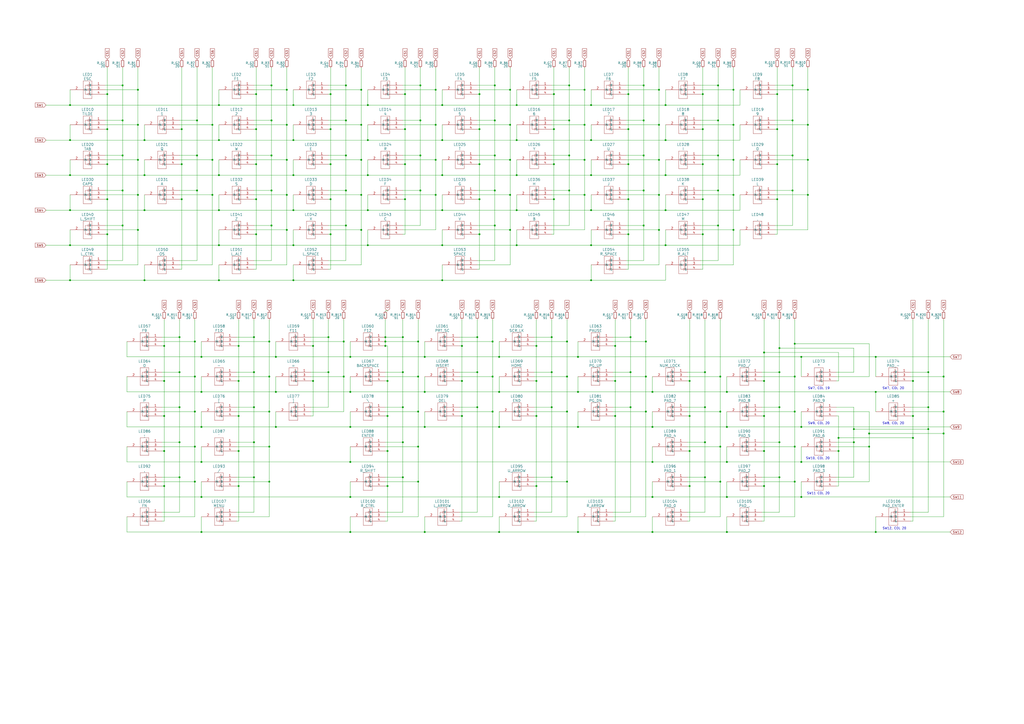
<source format=kicad_sch>
(kicad_sch (version 20230121) (generator eeschema)
  (paper "A2")
  (junction (at 71.12 110.49))
  (junction (at 213.36 101.6))
  (junction (at 224.79 241.3))
  (junction (at 529.59 220.98))
  (junction (at 127 60.96))
  (junction (at 127 101.6))
  (junction (at 203.2 227.33))
  (junction (at 160.02 207.01))
  (junction (at 335.28 227.33))
  (junction (at 234.95 95.25))
  (junction (at 299.72 142.24))
  (junction (at 364.49 74.93))
  (junction (at 166.37 92.71))
  (junction (at 342.9 60.96))
  (junction (at 461.01 218.44))
  (junction (at 209.55 52.07))
  (junction (at 417.83 238.76))
  (junction (at 339.09 52.07))
  (junction (at 138.43 220.98))
  (junction (at 386.08 81.28))
  (junction (at 62.23 95.25))
  (junction (at 267.97 220.98))
  (junction (at 200.66 49.53))
  (junction (at 170.18 142.24))
  (junction (at 365.76 236.22))
  (junction (at 127 81.28))
  (junction (at 408.94 256.54))
  (junction (at 425.45 52.07))
  (junction (at 123.19 113.03))
  (junction (at 156.21 238.76))
  (junction (at 461.01 279.4))
  (junction (at 62.23 135.89))
  (junction (at 328.93 198.12))
  (junction (at 147.32 236.22))
  (junction (at 374.65 238.76))
  (junction (at 83.82 121.92))
  (junction (at 224.79 261.62))
  (junction (at 138.43 281.94))
  (junction (at 209.55 133.35))
  (junction (at 339.09 72.39))
  (junction (at 40.64 142.24))
  (junction (at 252.73 52.07))
  (junction (at 138.43 261.62))
  (junction (at 373.38 69.85))
  (junction (at 62.23 74.93))
  (junction (at 342.9 142.24))
  (junction (at 256.54 81.28))
  (junction (at 114.3 69.85))
  (junction (at 127 142.24))
  (junction (at 364.49 115.57))
  (junction (at 116.84 227.33))
  (junction (at 243.84 90.17))
  (junction (at 373.38 110.49))
  (junction (at 80.01 133.35))
  (junction (at 156.21 279.4))
  (junction (at 468.63 52.07))
  (junction (at 170.18 101.6))
  (junction (at 278.13 135.89))
  (junction (at 278.13 115.57))
  (junction (at 378.46 227.33))
  (junction (at 71.12 69.85))
  (junction (at 508 207.01))
  (junction (at 468.63 72.39))
  (junction (at 223.52 195.58))
  (junction (at 452.12 276.86))
  (junction (at 407.67 135.89))
  (junction (at 421.64 227.33))
  (junction (at 278.13 95.25))
  (junction (at 40.64 101.6))
  (junction (at 95.25 261.62))
  (junction (at 276.86 195.58))
  (junction (at 486.41 261.62))
  (junction (at 330.2 49.53))
  (junction (at 213.36 81.28))
  (junction (at 417.83 218.44))
  (junction (at 203.2 308.61))
  (junction (at 408.94 276.86))
  (junction (at 295.91 52.07))
  (junction (at 285.75 218.44))
  (junction (at 213.36 60.96))
  (junction (at 335.28 247.65))
  (junction (at 256.54 121.92))
  (junction (at 95.25 220.98))
  (junction (at 276.86 236.22))
  (junction (at 170.18 81.28))
  (junction (at 321.31 95.25))
  (junction (at 443.23 241.3))
  (junction (at 311.15 281.94))
  (junction (at 224.79 220.98))
  (junction (at 160.02 227.33))
  (junction (at 147.32 195.58))
  (junction (at 382.27 92.71))
  (junction (at 104.14 215.9))
  (junction (at 295.91 92.71))
  (junction (at 191.77 135.89))
  (junction (at 80.01 52.07))
  (junction (at 181.61 220.98))
  (junction (at 104.14 236.22))
  (junction (at 234.95 115.57))
  (junction (at 342.9 101.6))
  (junction (at 95.25 200.66))
  (junction (at 378.46 267.97))
  (junction (at 234.95 74.93))
  (junction (at 461.01 259.08))
  (junction (at 461.01 199.39))
  (junction (at 199.39 198.12))
  (junction (at 242.57 198.12))
  (junction (at 116.84 308.61))
  (junction (at 295.91 72.39))
  (junction (at 224.79 281.94))
  (junction (at 223.52 198.12))
  (junction (at 147.32 276.86))
  (junction (at 246.38 247.65))
  (junction (at 320.04 195.58))
  (junction (at 203.2 207.01))
  (junction (at 335.28 308.61))
  (junction (at 425.45 92.71))
  (junction (at 321.31 54.61))
  (junction (at 364.49 135.89))
  (junction (at 170.18 162.56))
  (junction (at 113.03 238.76))
  (junction (at 538.48 215.9))
  (junction (at 113.03 259.08))
  (junction (at 285.75 198.12))
  (junction (at 342.9 121.92))
  (junction (at 529.59 241.3))
  (junction (at 459.74 110.49))
  (junction (at 356.87 200.66))
  (junction (at 209.55 72.39))
  (junction (at 95.25 241.3))
  (junction (at 127 121.92))
  (junction (at 374.65 218.44))
  (junction (at 170.18 60.96))
  (junction (at 400.05 220.98))
  (junction (at 408.94 215.9))
  (junction (at 114.3 90.17))
  (junction (at 147.32 256.54))
  (junction (at 417.83 259.08))
  (junction (at 166.37 113.03))
  (junction (at 157.48 130.81))
  (junction (at 443.23 220.98))
  (junction (at 378.46 288.29))
  (junction (at 342.9 162.56))
  (junction (at 252.73 92.71))
  (junction (at 40.64 121.92))
  (junction (at 114.3 110.49))
  (junction (at 203.2 247.65))
  (junction (at 148.59 115.57))
  (junction (at 200.66 69.85))
  (junction (at 407.67 54.61))
  (junction (at 123.19 92.71))
  (junction (at 116.84 288.29))
  (junction (at 378.46 308.61))
  (junction (at 83.82 101.6))
  (junction (at 330.2 69.85))
  (junction (at 203.2 267.97))
  (junction (at 242.57 279.4))
  (junction (at 191.77 54.61))
  (junction (at 468.63 113.03))
  (junction (at 287.02 130.81))
  (junction (at 209.55 92.71))
  (junction (at 71.12 90.17))
  (junction (at 464.82 288.29))
  (junction (at 113.03 218.44))
  (junction (at 157.48 69.85))
  (junction (at 156.21 198.12))
  (junction (at 382.27 133.35))
  (junction (at 166.37 72.39))
  (junction (at 330.2 110.49))
  (junction (at 365.76 215.9))
  (junction (at 287.02 69.85))
  (junction (at 295.91 133.35))
  (junction (at 421.64 308.61))
  (junction (at 416.56 49.53))
  (junction (at 321.31 74.93))
  (junction (at 450.85 115.57))
  (junction (at 242.57 238.76))
  (junction (at 267.97 200.66))
  (junction (at 104.14 195.58))
  (junction (at 421.64 288.29))
  (junction (at 200.66 110.49))
  (junction (at 289.56 247.65))
  (junction (at 547.37 251.46))
  (junction (at 320.04 236.22))
  (junction (at 417.83 279.4))
  (junction (at 538.48 236.22))
  (junction (at 40.64 162.56))
  (junction (at 443.23 204.47))
  (junction (at 382.27 52.07))
  (junction (at 421.64 247.65))
  (junction (at 243.84 49.53))
  (junction (at 443.23 261.62))
  (junction (at 400.05 281.94))
  (junction (at 252.73 113.03))
  (junction (at 223.52 200.66))
  (junction (at 278.13 74.93))
  (junction (at 374.65 198.12))
  (junction (at 299.72 101.6))
  (junction (at 200.66 90.17))
  (junction (at 464.82 207.01))
  (junction (at 199.39 218.44))
  (junction (at 62.23 54.61))
  (junction (at 233.68 256.54))
  (junction (at 287.02 90.17))
  (junction (at 450.85 74.93))
  (junction (at 256.54 142.24))
  (junction (at 157.48 110.49))
  (junction (at 339.09 92.71))
  (junction (at 299.72 81.28))
  (junction (at 421.64 267.97))
  (junction (at 209.55 113.03))
  (junction (at 233.68 195.58))
  (junction (at 267.97 241.3))
  (junction (at 104.14 256.54))
  (junction (at 80.01 92.71))
  (junction (at 311.15 241.3))
  (junction (at 299.72 121.92))
  (junction (at 289.56 207.01))
  (junction (at 495.3 256.54))
  (junction (at 425.45 113.03))
  (junction (at 242.57 259.08))
  (junction (at 461.01 238.76))
  (junction (at 203.2 288.29))
  (junction (at 191.77 115.57))
  (junction (at 233.68 215.9))
  (junction (at 256.54 101.6))
  (junction (at 356.87 220.98))
  (junction (at 452.12 236.22))
  (junction (at 373.38 130.81))
  (junction (at 246.38 207.01))
  (junction (at 386.08 101.6))
  (junction (at 321.31 115.57))
  (junction (at 242.57 218.44))
  (junction (at 382.27 113.03))
  (junction (at 83.82 81.28))
  (junction (at 328.93 218.44))
  (junction (at 416.56 130.81))
  (junction (at 148.59 135.89))
  (junction (at 80.01 113.03))
  (junction (at 400.05 261.62))
  (junction (at 104.14 276.86))
  (junction (at 342.9 81.28))
  (junction (at 330.2 90.17))
  (junction (at 246.38 308.61))
  (junction (at 147.32 215.9))
  (junction (at 157.48 49.53))
  (junction (at 328.93 279.4))
  (junction (at 213.36 142.24))
  (junction (at 95.25 281.94))
  (junction (at 529.59 254))
  (junction (at 443.23 281.94))
  (junction (at 504.19 259.08))
  (junction (at 278.13 54.61))
  (junction (at 71.12 49.53))
  (junction (at 181.61 200.66))
  (junction (at 40.64 81.28))
  (junction (at 407.67 115.57))
  (junction (at 287.02 110.49))
  (junction (at 320.04 276.86))
  (junction (at 40.64 60.96))
  (junction (at 234.95 54.61))
  (junction (at 416.56 110.49))
  (junction (at 127 162.56))
  (junction (at 256.54 60.96))
  (junction (at 416.56 90.17))
  (junction (at 468.63 92.71))
  (junction (at 113.03 198.12))
  (junction (at 320.04 215.9))
  (junction (at 289.56 308.61))
  (junction (at 62.23 115.57))
  (junction (at 459.74 49.53))
  (junction (at 364.49 54.61))
  (junction (at 166.37 52.07))
  (junction (at 71.12 130.81))
  (junction (at 508 308.61))
  (junction (at 400.05 241.3))
  (junction (at 386.08 142.24))
  (junction (at 148.59 74.93))
  (junction (at 105.41 95.25))
  (junction (at 425.45 133.35))
  (junction (at 378.46 247.65))
  (junction (at 157.48 90.17))
  (junction (at 190.5 215.9))
  (junction (at 311.15 200.66))
  (junction (at 464.82 247.65))
  (junction (at 138.43 241.3))
  (junction (at 285.75 238.76))
  (junction (at 243.84 69.85))
  (junction (at 311.15 220.98))
  (junction (at 335.28 207.01))
  (junction (at 190.5 195.58))
  (junction (at 116.84 267.97))
  (junction (at 116.84 247.65))
  (junction (at 287.02 49.53))
  (junction (at 508 227.33))
  (junction (at 339.09 113.03))
  (junction (at 547.37 238.76))
  (junction (at 138.43 200.66))
  (junction (at 289.56 227.33))
  (junction (at 252.73 72.39))
  (junction (at 452.12 215.9))
  (junction (at 256.54 162.56))
  (junction (at 246.38 227.33))
  (junction (at 407.67 74.93))
  (junction (at 356.87 241.3))
  (junction (at 407.67 95.25))
  (junction (at 191.77 74.93))
  (junction (at 450.85 95.25))
  (junction (at 452.12 256.54))
  (junction (at 364.49 95.25))
  (junction (at 464.82 267.97))
  (junction (at 328.93 238.76))
  (junction (at 191.77 95.25))
  (junction (at 80.01 72.39))
  (junction (at 452.12 201.93))
  (junction (at 148.59 95.25))
  (junction (at 365.76 195.58))
  (junction (at 373.38 49.53))
  (junction (at 233.68 276.86))
  (junction (at 495.3 248.92))
  (junction (at 459.74 90.17))
  (junction (at 200.66 130.81))
  (junction (at 504.19 251.46))
  (junction (at 299.72 60.96))
  (junction (at 166.37 133.35))
  (junction (at 123.19 72.39))
  (junction (at 386.08 60.96))
  (junction (at 289.56 288.29))
  (junction (at 156.21 259.08))
  (junction (at 156.21 218.44))
  (junction (at 105.41 115.57))
  (junction (at 386.08 121.92))
  (junction (at 486.41 254))
  (junction (at 459.74 69.85))
  (junction (at 276.86 215.9))
  (junction (at 148.59 54.61))
  (junction (at 408.94 236.22))
  (junction (at 243.84 110.49))
  (junction (at 233.68 236.22))
  (junction (at 295.91 113.03))
  (junction (at 425.45 72.39))
  (junction (at 170.18 121.92))
  (junction (at 160.02 247.65))
  (junction (at 113.03 279.4))
  (junction (at 83.82 162.56))
  (junction (at 116.84 207.01))
  (junction (at 382.27 72.39))
  (junction (at 213.36 121.92))
  (junction (at 416.56 69.85))
  (junction (at 373.38 90.17))
  (junction (at 450.85 54.61))
  (junction (at 105.41 74.93))
  (junction (at 547.37 218.44))
  (junction (at 538.48 248.92))
  (wire (pts (xy 137.16 281.94) (xy 138.43 281.94)))
  (wire (pts (xy 71.12 49.53) (xy 71.12 39.37)))
  (wire (pts (xy 147.32 133.35) (xy 166.37 133.35)))
  (wire (pts (xy 191.77 95.25) (xy 191.77 115.57)))
  (wire (pts (xy 295.91 52.07) (xy 295.91 39.37)))
  (wire (pts (xy 529.59 185.42) (xy 529.59 220.98)))
  (wire (pts (xy 127 142.24) (xy 170.18 142.24)))
  (wire (pts (xy 213.36 92.71) (xy 213.36 101.6)))
  (wire (pts (xy 190.5 135.89) (xy 191.77 135.89)))
  (wire (pts (xy 93.98 215.9) (xy 104.14 215.9)))
  (wire (pts (xy 266.7 218.44) (xy 285.75 218.44)))
  (wire (pts (xy 320.04 130.81) (xy 330.2 130.81)))
  (wire (pts (xy 190.5 115.57) (xy 191.77 115.57)))
  (wire (pts (xy 104.14 90.17) (xy 114.3 90.17)))
  (wire (pts (xy 289.56 279.4) (xy 289.56 288.29)))
  (wire (pts (xy 26.67 60.96) (xy 40.64 60.96)))
  (wire (pts (xy 190.5 153.67) (xy 209.55 153.67)))
  (wire (pts (xy 335.28 207.01) (xy 464.82 207.01)))
  (wire (pts (xy 508 227.33) (xy 551.18 227.33)))
  (wire (pts (xy 83.82 121.92) (xy 127 121.92)))
  (wire (pts (xy 156.21 279.4) (xy 156.21 299.72)))
  (wire (pts (xy 311.15 241.3) (xy 311.15 281.94)))
  (wire (pts (xy 452.12 256.54) (xy 452.12 276.86)))
  (wire (pts (xy 449.58 110.49) (xy 459.74 110.49)))
  (wire (pts (xy 62.23 95.25) (xy 62.23 115.57)))
  (wire (pts (xy 309.88 276.86) (xy 320.04 276.86)))
  (wire (pts (xy 180.34 220.98) (xy 181.61 220.98)))
  (wire (pts (xy 363.22 110.49) (xy 373.38 110.49)))
  (wire (pts (xy 190.5 52.07) (xy 209.55 52.07)))
  (wire (pts (xy 170.18 72.39) (xy 170.18 81.28)))
  (wire (pts (xy 398.78 236.22) (xy 408.94 236.22)))
  (wire (pts (xy 320.04 236.22) (xy 320.04 276.86)))
  (wire (pts (xy 406.4 156.21) (xy 407.67 156.21)))
  (wire (pts (xy 342.9 142.24) (xy 386.08 142.24)))
  (wire (pts (xy 299.72 101.6) (xy 342.9 101.6)))
  (wire (pts (xy 233.68 195.58) (xy 233.68 215.9)))
  (wire (pts (xy 233.68 72.39) (xy 252.73 72.39)))
  (wire (pts (xy 441.96 218.44) (xy 461.01 218.44)))
  (wire (pts (xy 398.78 302.26) (xy 400.05 302.26)))
  (wire (pts (xy 114.3 90.17) (xy 114.3 110.49)))
  (wire (pts (xy 528.32 218.44) (xy 547.37 218.44)))
  (wire (pts (xy 335.28 227.33) (xy 378.46 227.33)))
  (wire (pts (xy 449.58 69.85) (xy 459.74 69.85)))
  (wire (pts (xy 461.01 259.08) (xy 461.01 279.4)))
  (wire (pts (xy 223.52 299.72) (xy 242.57 299.72)))
  (wire (pts (xy 80.01 92.71) (xy 80.01 113.03)))
  (wire (pts (xy 309.88 279.4) (xy 328.93 279.4)))
  (wire (pts (xy 425.45 52.07) (xy 425.45 72.39)))
  (wire (pts (xy 233.68 215.9) (xy 233.68 236.22)))
  (wire (pts (xy 157.48 49.53) (xy 157.48 39.37)))
  (wire (pts (xy 443.23 185.42) (xy 443.23 204.47)))
  (wire (pts (xy 330.2 110.49) (xy 330.2 130.81)))
  (wire (pts (xy 400.05 220.98) (xy 400.05 241.3)))
  (wire (pts (xy 355.6 302.26) (xy 356.87 302.26)))
  (wire (pts (xy 495.3 256.54) (xy 495.3 276.86)))
  (wire (pts (xy 342.9 113.03) (xy 342.9 121.92)))
  (wire (pts (xy 62.23 54.61) (xy 62.23 39.37)))
  (wire (pts (xy 450.85 95.25) (xy 450.85 115.57)))
  (wire (pts (xy 374.65 198.12) (xy 374.65 218.44)))
  (wire (pts (xy 374.65 238.76) (xy 374.65 299.72)))
  (wire (pts (xy 386.08 113.03) (xy 386.08 121.92)))
  (wire (pts (xy 147.32 153.67) (xy 166.37 153.67)))
  (wire (pts (xy 147.32 115.57) (xy 148.59 115.57)))
  (wire (pts (xy 242.57 198.12) (xy 242.57 218.44)))
  (wire (pts (xy 95.25 261.62) (xy 95.25 281.94)))
  (wire (pts (xy 233.68 195.58) (xy 233.68 185.42)))
  (wire (pts (xy 364.49 74.93) (xy 364.49 95.25)))
  (wire (pts (xy 40.64 162.56) (xy 83.82 162.56)))
  (wire (pts (xy 452.12 236.22) (xy 452.12 256.54)))
  (wire (pts (xy 243.84 49.53) (xy 243.84 39.37)))
  (wire (pts (xy 320.04 133.35) (xy 339.09 133.35)))
  (wire (pts (xy 80.01 52.07) (xy 80.01 72.39)))
  (wire (pts (xy 378.46 299.72) (xy 378.46 308.61)))
  (wire (pts (xy 233.68 49.53) (xy 243.84 49.53)))
  (wire (pts (xy 443.23 261.62) (xy 443.23 281.94)))
  (wire (pts (xy 223.52 200.66) (xy 224.79 200.66)))
  (wire (pts (xy 266.7 299.72) (xy 285.75 299.72)))
  (wire (pts (xy 278.13 54.61) (xy 278.13 39.37)))
  (wire (pts (xy 320.04 110.49) (xy 330.2 110.49)))
  (wire (pts (xy 441.96 299.72) (xy 461.01 299.72)))
  (wire (pts (xy 223.52 180.34) (xy 224.79 180.34)))
  (wire (pts (xy 180.34 218.44) (xy 199.39 218.44)))
  (wire (pts (xy 398.78 259.08) (xy 417.83 259.08)))
  (wire (pts (xy 464.82 247.65) (xy 551.18 247.65)))
  (wire (pts (xy 547.37 218.44) (xy 547.37 238.76)))
  (wire (pts (xy 441.96 279.4) (xy 461.01 279.4)))
  (wire (pts (xy 449.58 135.89) (xy 450.85 135.89)))
  (wire (pts (xy 464.82 288.29) (xy 551.18 288.29)))
  (wire (pts (xy 266.7 200.66) (xy 267.97 200.66)))
  (wire (pts (xy 373.38 110.49) (xy 373.38 130.81)))
  (wire (pts (xy 276.86 74.93) (xy 278.13 74.93)))
  (wire (pts (xy 508 299.72) (xy 508 308.61)))
  (wire (pts (xy 147.32 256.54) (xy 147.32 276.86)))
  (wire (pts (xy 40.64 153.67) (xy 40.64 162.56)))
  (wire (pts (xy 450.85 54.61) (xy 450.85 74.93)))
  (wire (pts (xy 398.78 297.18) (xy 408.94 297.18)))
  (wire (pts (xy 425.45 92.71) (xy 425.45 113.03)))
  (wire (pts (xy 287.02 110.49) (xy 287.02 130.81)))
  (wire (pts (xy 421.64 259.08) (xy 421.64 267.97)))
  (wire (pts (xy 495.3 236.22) (xy 495.3 248.92)))
  (wire (pts (xy 104.14 195.58) (xy 104.14 215.9)))
  (wire (pts (xy 147.32 92.71) (xy 166.37 92.71)))
  (wire (pts (xy 223.52 297.18) (xy 233.68 297.18)))
  (wire (pts (xy 335.28 247.65) (xy 378.46 247.65)))
  (wire (pts (xy 287.02 69.85) (xy 287.02 90.17)))
  (wire (pts (xy 256.54 153.67) (xy 256.54 162.56)))
  (wire (pts (xy 148.59 74.93) (xy 148.59 95.25)))
  (wire (pts (xy 113.03 279.4) (xy 113.03 299.72)))
  (wire (pts (xy 60.96 113.03) (xy 80.01 113.03)))
  (wire (pts (xy 62.23 115.57) (xy 62.23 135.89)))
  (wire (pts (xy 452.12 185.42) (xy 452.12 201.93)))
  (wire (pts (xy 485.14 238.76) (xy 504.19 238.76)))
  (wire (pts (xy 104.14 92.71) (xy 123.19 92.71)))
  (wire (pts (xy 406.4 130.81) (xy 416.56 130.81)))
  (wire (pts (xy 137.16 302.26) (xy 138.43 302.26)))
  (wire (pts (xy 342.9 101.6) (xy 386.08 101.6)))
  (wire (pts (xy 355.6 238.76) (xy 374.65 238.76)))
  (wire (pts (xy 105.41 74.93) (xy 105.41 95.25)))
  (wire (pts (xy 256.54 121.92) (xy 299.72 121.92)))
  (wire (pts (xy 191.77 74.93) (xy 191.77 95.25)))
  (wire (pts (xy 191.77 115.57) (xy 191.77 135.89)))
  (wire (pts (xy 242.57 259.08) (xy 242.57 279.4)))
  (wire (pts (xy 199.39 218.44) (xy 199.39 238.76)))
  (wire (pts (xy 256.54 101.6) (xy 299.72 101.6)))
  (wire (pts (xy 200.66 90.17) (xy 200.66 110.49)))
  (wire (pts (xy 104.14 195.58) (xy 104.14 185.42)))
  (wire (pts (xy 365.76 195.58) (xy 365.76 185.42)))
  (wire (pts (xy 441.96 215.9) (xy 452.12 215.9)))
  (wire (pts (xy 486.41 204.47) (xy 443.23 204.47)))
  (wire (pts (xy 93.98 276.86) (xy 104.14 276.86)))
  (wire (pts (xy 190.5 49.53) (xy 200.66 49.53)))
  (wire (pts (xy 190.5 95.25) (xy 191.77 95.25)))
  (wire (pts (xy 60.96 49.53) (xy 71.12 49.53)))
  (wire (pts (xy 276.86 49.53) (xy 287.02 49.53)))
  (wire (pts (xy 116.84 198.12) (xy 116.84 207.01)))
  (wire (pts (xy 378.46 259.08) (xy 378.46 267.97)))
  (wire (pts (xy 299.72 60.96) (xy 342.9 60.96)))
  (wire (pts (xy 26.67 101.6) (xy 40.64 101.6)))
  (wire (pts (xy 71.12 90.17) (xy 71.12 110.49)))
  (wire (pts (xy 209.55 52.07) (xy 209.55 72.39)))
  (wire (pts (xy 60.96 69.85) (xy 71.12 69.85)))
  (wire (pts (xy 166.37 133.35) (xy 166.37 153.67)))
  (wire (pts (xy 508 207.01) (xy 551.18 207.01)))
  (wire (pts (xy 398.78 299.72) (xy 417.83 299.72)))
  (wire (pts (xy 364.49 115.57) (xy 364.49 135.89)))
  (wire (pts (xy 378.46 267.97) (xy 421.64 267.97)))
  (wire (pts (xy 464.82 207.01) (xy 464.82 218.44)))
  (wire (pts (xy 285.75 198.12) (xy 285.75 185.42)))
  (wire (pts (xy 309.88 299.72) (xy 328.93 299.72)))
  (wire (pts (xy 464.82 259.08) (xy 464.82 267.97)))
  (wire (pts (xy 170.18 153.67) (xy 170.18 162.56)))
  (wire (pts (xy 321.31 54.61) (xy 321.31 39.37)))
  (wire (pts (xy 342.9 162.56) (xy 386.08 162.56)))
  (wire (pts (xy 320.04 195.58) (xy 320.04 215.9)))
  (wire (pts (xy 320.04 74.93) (xy 321.31 74.93)))
  (wire (pts (xy 528.32 241.3) (xy 529.59 241.3)))
  (wire (pts (xy 485.14 259.08) (xy 504.19 259.08)))
  (wire (pts (xy 276.86 153.67) (xy 295.91 153.67)))
  (wire (pts (xy 449.58 74.93) (xy 450.85 74.93)))
  (wire (pts (xy 363.22 135.89) (xy 364.49 135.89)))
  (wire (pts (xy 330.2 69.85) (xy 330.2 90.17)))
  (wire (pts (xy 386.08 52.07) (xy 386.08 60.96)))
  (wire (pts (xy 233.68 113.03) (xy 252.73 113.03)))
  (wire (pts (xy 406.4 110.49) (xy 416.56 110.49)))
  (wire (pts (xy 266.7 220.98) (xy 267.97 220.98)))
  (wire (pts (xy 289.56 299.72) (xy 289.56 308.61)))
  (wire (pts (xy 299.72 81.28) (xy 342.9 81.28)))
  (wire (pts (xy 116.84 247.65) (xy 160.02 247.65)))
  (wire (pts (xy 213.36 101.6) (xy 256.54 101.6)))
  (wire (pts (xy 408.94 276.86) (xy 408.94 297.18)))
  (wire (pts (xy 276.86 95.25) (xy 278.13 95.25)))
  (wire (pts (xy 363.22 95.25) (xy 364.49 95.25)))
  (wire (pts (xy 386.08 81.28) (xy 429.26 81.28)))
  (wire (pts (xy 252.73 52.07) (xy 252.73 39.37)))
  (wire (pts (xy 233.68 92.71) (xy 252.73 92.71)))
  (wire (pts (xy 299.72 142.24) (xy 342.9 142.24)))
  (wire (pts (xy 538.48 236.22) (xy 538.48 248.92)))
  (wire (pts (xy 528.32 236.22) (xy 538.48 236.22)))
  (wire (pts (xy 356.87 200.66) (xy 356.87 220.98)))
  (wire (pts (xy 320.04 49.53) (xy 330.2 49.53)))
  (wire (pts (xy 170.18 142.24) (xy 213.36 142.24)))
  (wire (pts (xy 223.52 218.44) (xy 242.57 218.44)))
  (wire (pts (xy 113.03 198.12) (xy 113.03 218.44)))
  (wire (pts (xy 224.79 241.3) (xy 224.79 261.62)))
  (wire (pts (xy 252.73 52.07) (xy 252.73 72.39)))
  (wire (pts (xy 374.65 218.44) (xy 374.65 238.76)))
  (wire (pts (xy 309.88 241.3) (xy 311.15 241.3)))
  (wire (pts (xy 95.25 200.66) (xy 95.25 185.42)))
  (wire (pts (xy 137.16 238.76) (xy 156.21 238.76)))
  (wire (pts (xy 127 153.67) (xy 127 162.56)))
  (wire (pts (xy 127 92.71) (xy 127 101.6)))
  (wire (pts (xy 321.31 115.57) (xy 321.31 135.89)))
  (wire (pts (xy 60.96 115.57) (xy 62.23 115.57)))
  (wire (pts (xy 335.28 238.76) (xy 335.28 247.65)))
  (wire (pts (xy 443.23 204.47) (xy 443.23 220.98)))
  (wire (pts (xy 93.98 256.54) (xy 104.14 256.54)))
  (wire (pts (xy 80.01 72.39) (xy 80.01 92.71)))
  (wire (pts (xy 398.78 218.44) (xy 417.83 218.44)))
  (wire (pts (xy 335.28 308.61) (xy 378.46 308.61)))
  (wire (pts (xy 289.56 227.33) (xy 335.28 227.33)))
  (wire (pts (xy 528.32 299.72) (xy 547.37 299.72)))
  (wire (pts (xy 276.86 151.13) (xy 287.02 151.13)))
  (wire (pts (xy 321.31 54.61) (xy 321.31 74.93)))
  (wire (pts (xy 276.86 130.81) (xy 287.02 130.81)))
  (wire (pts (xy 104.14 74.93) (xy 105.41 74.93)))
  (wire (pts (xy 408.94 236.22) (xy 408.94 256.54)))
  (wire (pts (xy 243.84 90.17) (xy 243.84 110.49)))
  (wire (pts (xy 62.23 135.89) (xy 62.23 156.21)))
  (wire (pts (xy 364.49 54.61) (xy 364.49 39.37)))
  (wire (pts (xy 421.64 288.29) (xy 464.82 288.29)))
  (wire (pts (xy 223.52 236.22) (xy 233.68 236.22)))
  (wire (pts (xy 200.66 49.53) (xy 200.66 69.85)))
  (wire (pts (xy 407.67 135.89) (xy 407.67 156.21)))
  (wire (pts (xy 328.93 218.44) (xy 328.93 238.76)))
  (wire (pts (xy 181.61 200.66) (xy 181.61 185.42)))
  (wire (pts (xy 464.82 207.01) (xy 508 207.01)))
  (wire (pts (xy 233.68 74.93) (xy 234.95 74.93)))
  (wire (pts (xy 547.37 251.46) (xy 547.37 299.72)))
  (wire (pts (xy 407.67 115.57) (xy 407.67 135.89)))
  (wire (pts (xy 276.86 92.71) (xy 295.91 92.71)))
  (wire (pts (xy 386.08 101.6) (xy 429.26 101.6)))
  (wire (pts (xy 363.22 113.03) (xy 382.27 113.03)))
  (wire (pts (xy 278.13 115.57) (xy 278.13 135.89)))
  (wire (pts (xy 289.56 247.65) (xy 335.28 247.65)))
  (wire (pts (xy 256.54 133.35) (xy 256.54 142.24)))
  (wire (pts (xy 485.14 220.98) (xy 486.41 220.98)))
  (wire (pts (xy 335.28 218.44) (xy 335.28 227.33)))
  (wire (pts (xy 407.67 95.25) (xy 407.67 115.57)))
  (wire (pts (xy 406.4 92.71) (xy 425.45 92.71)))
  (wire (pts (xy 452.12 276.86) (xy 452.12 297.18)))
  (wire (pts (xy 449.58 49.53) (xy 459.74 49.53)))
  (wire (pts (xy 355.6 241.3) (xy 356.87 241.3)))
  (wire (pts (xy 233.68 133.35) (xy 252.73 133.35)))
  (wire (pts (xy 485.14 261.62) (xy 486.41 261.62)))
  (wire (pts (xy 233.68 69.85) (xy 243.84 69.85)))
  (wire (pts (xy 170.18 60.96) (xy 213.36 60.96)))
  (wire (pts (xy 223.52 261.62) (xy 224.79 261.62)))
  (wire (pts (xy 223.52 276.86) (xy 233.68 276.86)))
  (wire (pts (xy 104.14 110.49) (xy 114.3 110.49)))
  (wire (pts (xy 311.15 281.94) (xy 311.15 302.26)))
  (wire (pts (xy 191.77 54.61) (xy 191.77 39.37)))
  (wire (pts (xy 363.22 151.13) (xy 373.38 151.13)))
  (wire (pts (xy 170.18 81.28) (xy 213.36 81.28)))
  (wire (pts (xy 138.43 200.66) (xy 138.43 185.42)))
  (wire (pts (xy 328.93 238.76) (xy 328.93 279.4)))
  (wire (pts (xy 203.2 288.29) (xy 289.56 288.29)))
  (wire (pts (xy 287.02 49.53) (xy 287.02 39.37)))
  (wire (pts (xy 213.36 113.03) (xy 213.36 121.92)))
  (wire (pts (xy 170.18 52.07) (xy 170.18 60.96)))
  (wire (pts (xy 93.98 241.3) (xy 95.25 241.3)))
  (wire (pts (xy 495.3 201.93) (xy 495.3 215.9)))
  (wire (pts (xy 406.4 90.17) (xy 416.56 90.17)))
  (wire (pts (xy 60.96 153.67) (xy 80.01 153.67)))
  (wire (pts (xy 421.64 218.44) (xy 421.64 227.33)))
  (wire (pts (xy 73.66 259.08) (xy 73.66 267.97)))
  (wire (pts (xy 342.9 121.92) (xy 386.08 121.92)))
  (wire (pts (xy 485.14 276.86) (xy 495.3 276.86)))
  (wire (pts (xy 116.84 259.08) (xy 116.84 267.97)))
  (wire (pts (xy 528.32 220.98) (xy 529.59 220.98)))
  (wire (pts (xy 156.21 238.76) (xy 156.21 259.08)))
  (wire (pts (xy 246.38 227.33) (xy 289.56 227.33)))
  (wire (pts (xy 363.22 92.71) (xy 382.27 92.71)))
  (wire (pts (xy 60.96 95.25) (xy 62.23 95.25)))
  (wire (pts (xy 278.13 135.89) (xy 278.13 156.21)))
  (wire (pts (xy 137.16 220.98) (xy 138.43 220.98)))
  (wire (pts (xy 137.16 236.22) (xy 147.32 236.22)))
  (wire (pts (xy 504.19 199.39) (xy 461.01 199.39)))
  (wire (pts (xy 320.04 276.86) (xy 320.04 297.18)))
  (wire (pts (xy 223.52 302.26) (xy 224.79 302.26)))
  (wire (pts (xy 71.12 110.49) (xy 71.12 130.81)))
  (wire (pts (xy 40.64 92.71) (xy 40.64 101.6)))
  (wire (pts (xy 295.91 72.39) (xy 295.91 92.71)))
  (wire (pts (xy 40.64 121.92) (xy 83.82 121.92)))
  (wire (pts (xy 461.01 279.4) (xy 461.01 299.72)))
  (wire (pts (xy 200.66 130.81) (xy 200.66 151.13)))
  (wire (pts (xy 116.84 279.4) (xy 116.84 288.29)))
  (wire (pts (xy 486.41 254) (xy 529.59 254)))
  (wire (pts (xy 342.9 92.71) (xy 342.9 101.6)))
  (wire (pts (xy 213.36 121.92) (xy 256.54 121.92)))
  (wire (pts (xy 242.57 198.12) (xy 242.57 185.42)))
  (wire (pts (xy 104.14 215.9) (xy 104.14 236.22)))
  (wire (pts (xy 339.09 72.39) (xy 339.09 92.71)))
  (wire (pts (xy 299.72 72.39) (xy 299.72 81.28)))
  (wire (pts (xy 73.66 299.72) (xy 73.66 308.61)))
  (wire (pts (xy 203.2 267.97) (xy 378.46 267.97)))
  (wire (pts (xy 223.52 238.76) (xy 242.57 238.76)))
  (wire (pts (xy 421.64 247.65) (xy 464.82 247.65)))
  (wire (pts (xy 80.01 133.35) (xy 80.01 153.67)))
  (wire (pts (xy 330.2 49.53) (xy 330.2 39.37)))
  (wire (pts (xy 147.32 52.07) (xy 166.37 52.07)))
  (wire (pts (xy 137.16 198.12) (xy 156.21 198.12)))
  (wire (pts (xy 311.15 220.98) (xy 311.15 241.3)))
  (wire (pts (xy 408.94 256.54) (xy 408.94 276.86)))
  (wire (pts (xy 378.46 288.29) (xy 421.64 288.29)))
  (wire (pts (xy 461.01 199.39) (xy 461.01 218.44)))
  (wire (pts (xy 93.98 200.66) (xy 95.25 200.66)))
  (wire (pts (xy 378.46 308.61) (xy 421.64 308.61)))
  (wire (pts (xy 170.18 113.03) (xy 170.18 121.92)))
  (wire (pts (xy 468.63 72.39) (xy 468.63 92.71)))
  (wire (pts (xy 373.38 49.53) (xy 373.38 69.85)))
  (wire (pts (xy 170.18 133.35) (xy 170.18 142.24)))
  (wire (pts (xy 421.64 308.61) (xy 508 308.61)))
  (wire (pts (xy 160.02 207.01) (xy 203.2 207.01)))
  (wire (pts (xy 93.98 297.18) (xy 104.14 297.18)))
  (wire (pts (xy 382.27 113.03) (xy 382.27 133.35)))
  (wire (pts (xy 528.32 238.76) (xy 547.37 238.76)))
  (wire (pts (xy 485.14 236.22) (xy 495.3 236.22)))
  (wire (pts (xy 213.36 52.07) (xy 213.36 60.96)))
  (wire (pts (xy 83.82 92.71) (xy 83.82 101.6)))
  (wire (pts (xy 443.23 241.3) (xy 443.23 261.62)))
  (wire (pts (xy 421.64 279.4) (xy 421.64 288.29)))
  (wire (pts (xy 355.6 236.22) (xy 365.76 236.22)))
  (wire (pts (xy 83.82 113.03) (xy 83.82 121.92)))
  (wire (pts (xy 355.6 198.12) (xy 374.65 198.12)))
  (wire (pts (xy 398.78 238.76) (xy 417.83 238.76)))
  (wire (pts (xy 60.96 135.89) (xy 62.23 135.89)))
  (wire (pts (xy 461.01 218.44) (xy 461.01 238.76)))
  (wire (pts (xy 363.22 54.61) (xy 364.49 54.61)))
  (wire (pts (xy 363.22 156.21) (xy 364.49 156.21)))
  (wire (pts (xy 160.02 218.44) (xy 160.02 227.33)))
  (wire (pts (xy 342.9 60.96) (xy 386.08 60.96)))
  (wire (pts (xy 295.91 133.35) (xy 295.91 153.67)))
  (wire (pts (xy 363.22 153.67) (xy 382.27 153.67)))
  (wire (pts (xy 156.21 218.44) (xy 156.21 238.76)))
  (wire (pts (xy 190.5 72.39) (xy 209.55 72.39)))
  (wire (pts (xy 287.02 130.81) (xy 287.02 151.13)))
  (wire (pts (xy 116.84 238.76) (xy 116.84 247.65)))
  (wire (pts (xy 148.59 54.61) (xy 148.59 39.37)))
  (wire (pts (xy 398.78 276.86) (xy 408.94 276.86)))
  (wire (pts (xy 246.38 308.61) (xy 289.56 308.61)))
  (wire (pts (xy 104.14 151.13) (xy 114.3 151.13)))
  (wire (pts (xy 147.32 90.17) (xy 157.48 90.17)))
  (wire (pts (xy 83.82 101.6) (xy 127 101.6)))
  (wire (pts (xy 252.73 92.71) (xy 252.73 113.03)))
  (wire (pts (xy 449.58 90.17) (xy 459.74 90.17)))
  (wire (pts (xy 408.94 185.42) (xy 408.94 215.9)))
  (wire (pts (xy 93.98 259.08) (xy 113.03 259.08)))
  (wire (pts (xy 137.16 261.62) (xy 138.43 261.62)))
  (wire (pts (xy 441.96 259.08) (xy 461.01 259.08)))
  (wire (pts (xy 105.41 115.57) (xy 105.41 156.21)))
  (wire (pts (xy 166.37 52.07) (xy 166.37 39.37)))
  (wire (pts (xy 180.34 241.3) (xy 181.61 241.3)))
  (wire (pts (xy 464.82 238.76) (xy 464.82 247.65)))
  (wire (pts (xy 309.88 220.98) (xy 311.15 220.98)))
  (wire (pts (xy 382.27 92.71) (xy 382.27 113.03)))
  (wire (pts (xy 289.56 198.12) (xy 289.56 207.01)))
  (wire (pts (xy 213.36 60.96) (xy 256.54 60.96)))
  (wire (pts (xy 485.14 241.3) (xy 486.41 241.3)))
  (wire (pts (xy 138.43 261.62) (xy 138.43 281.94)))
  (wire (pts (xy 459.74 49.53) (xy 459.74 39.37)))
  (wire (pts (xy 213.36 142.24) (xy 256.54 142.24)))
  (wire (pts (xy 299.72 92.71) (xy 299.72 101.6)))
  (wire (pts (xy 416.56 69.85) (xy 416.56 90.17)))
  (wire (pts (xy 276.86 236.22) (xy 276.86 297.18)))
  (wire (pts (xy 320.04 135.89) (xy 321.31 135.89)))
  (wire (pts (xy 406.4 54.61) (xy 407.67 54.61)))
  (wire (pts (xy 80.01 52.07) (xy 80.01 39.37)))
  (wire (pts (xy 441.96 241.3) (xy 443.23 241.3)))
  (wire (pts (xy 147.32 54.61) (xy 148.59 54.61)))
  (wire (pts (xy 105.41 95.25) (xy 105.41 115.57)))
  (wire (pts (xy 363.22 49.53) (xy 373.38 49.53)))
  (wire (pts (xy 449.58 92.71) (xy 468.63 92.71)))
  (wire (pts (xy 73.66 207.01) (xy 116.84 207.01)))
  (wire (pts (xy 417.83 218.44) (xy 417.83 238.76)))
  (wire (pts (xy 421.64 227.33) (xy 508 227.33)))
  (wire (pts (xy 485.14 218.44) (xy 504.19 218.44)))
  (wire (pts (xy 328.93 198.12) (xy 328.93 218.44)))
  (wire (pts (xy 276.86 54.61) (xy 278.13 54.61)))
  (wire (pts (xy 116.84 299.72) (xy 116.84 308.61)))
  (wire (pts (xy 223.52 198.12) (xy 242.57 198.12)))
  (wire (pts (xy 416.56 49.53) (xy 416.56 39.37)))
  (wire (pts (xy 365.76 195.58) (xy 365.76 215.9)))
  (wire (pts (xy 429.26 72.39) (xy 429.26 81.28)))
  (wire (pts (xy 355.6 218.44) (xy 374.65 218.44)))
  (wire (pts (xy 26.67 162.56) (xy 40.64 162.56)))
  (wire (pts (xy 93.98 195.58) (xy 104.14 195.58)))
  (wire (pts (xy 276.86 135.89) (xy 278.13 135.89)))
  (wire (pts (xy 449.58 52.07) (xy 468.63 52.07)))
  (wire (pts (xy 386.08 60.96) (xy 429.26 60.96)))
  (wire (pts (xy 398.78 279.4) (xy 417.83 279.4)))
  (wire (pts (xy 266.7 236.22) (xy 276.86 236.22)))
  (wire (pts (xy 285.75 238.76) (xy 285.75 299.72)))
  (wire (pts (xy 398.78 261.62) (xy 400.05 261.62)))
  (wire (pts (xy 224.79 220.98) (xy 224.79 241.3)))
  (wire (pts (xy 266.7 195.58) (xy 276.86 195.58)))
  (wire (pts (xy 60.96 54.61) (xy 62.23 54.61)))
  (wire (pts (xy 407.67 74.93) (xy 407.67 95.25)))
  (wire (pts (xy 508 308.61) (xy 551.18 308.61)))
  (wire (pts (xy 452.12 215.9) (xy 452.12 236.22)))
  (wire (pts (xy 461.01 185.42) (xy 461.01 199.39)))
  (wire (pts (xy 93.98 261.62) (xy 95.25 261.62)))
  (wire (pts (xy 267.97 200.66) (xy 267.97 220.98)))
  (wire (pts (xy 62.23 74.93) (xy 62.23 95.25)))
  (wire (pts (xy 398.78 256.54) (xy 408.94 256.54)))
  (wire (pts (xy 113.03 198.12) (xy 113.03 185.42)))
  (wire (pts (xy 114.3 39.37) (xy 114.3 69.85)))
  (wire (pts (xy 441.96 256.54) (xy 452.12 256.54)))
  (wire (pts (xy 287.02 49.53) (xy 287.02 69.85)))
  (wire (pts (xy 93.98 279.4) (xy 113.03 279.4)))
  (wire (pts (xy 137.16 241.3) (xy 138.43 241.3)))
  (wire (pts (xy 147.32 156.21) (xy 148.59 156.21)))
  (wire (pts (xy 256.54 72.39) (xy 256.54 81.28)))
  (wire (pts (xy 266.7 198.12) (xy 285.75 198.12)))
  (wire (pts (xy 104.14 95.25) (xy 105.41 95.25)))
  (wire (pts (xy 406.4 49.53) (xy 416.56 49.53)))
  (wire (pts (xy 127 113.03) (xy 127 121.92)))
  (wire (pts (xy 223.52 200.66) (xy 223.52 198.12)))
  (wire (pts (xy 328.93 198.12) (xy 328.93 185.42)))
  (wire (pts (xy 234.95 115.57) (xy 234.95 135.89)))
  (wire (pts (xy 127 133.35) (xy 127 142.24)))
  (wire (pts (xy 123.19 92.71) (xy 123.19 113.03)))
  (wire (pts (xy 386.08 72.39) (xy 386.08 81.28)))
  (wire (pts (xy 309.88 198.12) (xy 328.93 198.12)))
  (wire (pts (xy 60.96 130.81) (xy 71.12 130.81)))
  (wire (pts (xy 441.96 220.98) (xy 443.23 220.98)))
  (wire (pts (xy 60.96 74.93) (xy 62.23 74.93)))
  (wire (pts (xy 339.09 52.07) (xy 339.09 39.37)))
  (wire (pts (xy 127 162.56) (xy 170.18 162.56)))
  (wire (pts (xy 157.48 69.85) (xy 157.48 90.17)))
  (wire (pts (xy 547.37 238.76) (xy 547.37 251.46)))
  (wire (pts (xy 287.02 90.17) (xy 287.02 110.49)))
  (wire (pts (xy 246.38 238.76) (xy 246.38 247.65)))
  (wire (pts (xy 104.14 153.67) (xy 123.19 153.67)))
  (wire (pts (xy 83.82 153.67) (xy 83.82 162.56)))
  (wire (pts (xy 342.9 72.39) (xy 342.9 81.28)))
  (wire (pts (xy 342.9 52.07) (xy 342.9 60.96)))
  (wire (pts (xy 191.77 135.89) (xy 191.77 156.21)))
  (wire (pts (xy 378.46 218.44) (xy 378.46 227.33)))
  (wire (pts (xy 299.72 133.35) (xy 299.72 142.24)))
  (wire (pts (xy 504.19 251.46) (xy 547.37 251.46)))
  (wire (pts (xy 246.38 247.65) (xy 289.56 247.65)))
  (wire (pts (xy 138.43 241.3) (xy 138.43 261.62)))
  (wire (pts (xy 256.54 162.56) (xy 342.9 162.56)))
  (wire (pts (xy 400.05 241.3) (xy 400.05 261.62)))
  (wire (pts (xy 234.95 74.93) (xy 234.95 95.25)))
  (wire (pts (xy 276.86 90.17) (xy 287.02 90.17)))
  (wire (pts (xy 320.04 72.39) (xy 339.09 72.39)))
  (wire (pts (xy 449.58 133.35) (xy 468.63 133.35)))
  (wire (pts (xy 398.78 241.3) (xy 400.05 241.3)))
  (wire (pts (xy 147.32 195.58) (xy 147.32 185.42)))
  (wire (pts (xy 309.88 297.18) (xy 320.04 297.18)))
  (wire (pts (xy 116.84 218.44) (xy 116.84 227.33)))
  (wire (pts (xy 200.66 49.53) (xy 200.66 39.37)))
  (wire (pts (xy 147.32 215.9) (xy 147.32 236.22)))
  (wire (pts (xy 528.32 215.9) (xy 538.48 215.9)))
  (wire (pts (xy 443.23 220.98) (xy 443.23 241.3)))
  (wire (pts (xy 416.56 49.53) (xy 416.56 69.85)))
  (wire (pts (xy 40.64 60.96) (xy 127 60.96)))
  (wire (pts (xy 408.94 215.9) (xy 408.94 236.22)))
  (wire (pts (xy 267.97 241.3) (xy 267.97 302.26)))
  (wire (pts (xy 421.64 299.72) (xy 421.64 308.61)))
  (wire (pts (xy 295.91 113.03) (xy 295.91 133.35)))
  (wire (pts (xy 425.45 113.03) (xy 425.45 133.35)))
  (wire (pts (xy 137.16 195.58) (xy 147.32 195.58)))
  (wire (pts (xy 364.49 54.61) (xy 364.49 74.93)))
  (wire (pts (xy 529.59 220.98) (xy 529.59 241.3)))
  (wire (pts (xy 330.2 49.53) (xy 330.2 69.85)))
  (wire (pts (xy 138.43 200.66) (xy 138.43 220.98)))
  (wire (pts (xy 71.12 49.53) (xy 71.12 69.85)))
  (wire (pts (xy 276.86 72.39) (xy 295.91 72.39)))
  (wire (pts (xy 224.79 281.94) (xy 224.79 302.26)))
  (wire (pts (xy 363.22 52.07) (xy 382.27 52.07)))
  (wire (pts (xy 137.16 279.4) (xy 156.21 279.4)))
  (wire (pts (xy 73.66 218.44) (xy 73.66 227.33)))
  (wire (pts (xy 147.32 236.22) (xy 147.32 256.54)))
  (wire (pts (xy 278.13 54.61) (xy 278.13 74.93)))
  (wire (pts (xy 406.4 115.57) (xy 407.67 115.57)))
  (wire (pts (xy 199.39 198.12) (xy 199.39 218.44)))
  (wire (pts (xy 363.22 90.17) (xy 373.38 90.17)))
  (wire (pts (xy 233.68 90.17) (xy 243.84 90.17)))
  (wire (pts (xy 83.82 162.56) (xy 127 162.56)))
  (wire (pts (xy 266.7 297.18) (xy 276.86 297.18)))
  (wire (pts (xy 547.37 185.42) (xy 547.37 218.44)))
  (wire (pts (xy 382.27 52.07) (xy 382.27 72.39)))
  (wire (pts (xy 73.66 247.65) (xy 116.84 247.65)))
  (wire (pts (xy 342.9 81.28) (xy 386.08 81.28)))
  (wire (pts (xy 246.38 198.12) (xy 246.38 207.01)))
  (wire (pts (xy 166.37 113.03) (xy 166.37 133.35)))
  (wire (pts (xy 113.03 218.44) (xy 113.03 238.76)))
  (wire (pts (xy 406.4 151.13) (xy 416.56 151.13)))
  (wire (pts (xy 407.67 54.61) (xy 407.67 39.37)))
  (wire (pts (xy 138.43 220.98) (xy 138.43 241.3)))
  (wire (pts (xy 459.74 49.53) (xy 459.74 69.85)))
  (wire (pts (xy 170.18 101.6) (xy 213.36 101.6)))
  (wire (pts (xy 449.58 72.39) (xy 468.63 72.39)))
  (wire (pts (xy 191.77 54.61) (xy 191.77 74.93)))
  (wire (pts (xy 355.6 200.66) (xy 356.87 200.66)))
  (wire (pts (xy 190.5 110.49) (xy 200.66 110.49)))
  (wire (pts (xy 295.91 52.07) (xy 295.91 72.39)))
  (wire (pts (xy 203.2 238.76) (xy 203.2 247.65)))
  (wire (pts (xy 190.5 130.81) (xy 200.66 130.81)))
  (wire (pts (xy 93.98 238.76) (xy 113.03 238.76)))
  (wire (pts (xy 223.52 215.9) (xy 233.68 215.9)))
  (wire (pts (xy 425.45 52.07) (xy 425.45 39.37)))
  (wire (pts (xy 60.96 156.21) (xy 62.23 156.21)))
  (wire (pts (xy 459.74 69.85) (xy 459.74 90.17)))
  (wire (pts (xy 123.19 72.39) (xy 123.19 92.71)))
  (wire (pts (xy 160.02 227.33) (xy 203.2 227.33)))
  (wire (pts (xy 190.5 156.21) (xy 191.77 156.21)))
  (wire (pts (xy 73.66 238.76) (xy 73.66 247.65)))
  (wire (pts (xy 449.58 54.61) (xy 450.85 54.61)))
  (wire (pts (xy 363.22 74.93) (xy 364.49 74.93)))
  (wire (pts (xy 233.68 54.61) (xy 234.95 54.61)))
  (wire (pts (xy 137.16 259.08) (xy 156.21 259.08)))
  (wire (pts (xy 449.58 115.57) (xy 450.85 115.57)))
  (wire (pts (xy 95.25 241.3) (xy 95.25 261.62)))
  (wire (pts (xy 83.82 81.28) (xy 127 81.28)))
  (wire (pts (xy 147.32 113.03) (xy 166.37 113.03)))
  (wire (pts (xy 538.48 215.9) (xy 538.48 236.22)))
  (wire (pts (xy 223.52 195.58) (xy 223.52 185.42)))
  (wire (pts (xy 382.27 133.35) (xy 382.27 153.67)))
  (wire (pts (xy 166.37 72.39) (xy 166.37 92.71)))
  (wire (pts (xy 127 60.96) (xy 170.18 60.96)))
  (wire (pts (xy 62.23 54.61) (xy 62.23 74.93)))
  (wire (pts (xy 449.58 95.25) (xy 450.85 95.25)))
  (wire (pts (xy 252.73 72.39) (xy 252.73 92.71)))
  (wire (pts (xy 114.3 69.85) (xy 114.3 90.17)))
  (wire (pts (xy 203.2 247.65) (xy 246.38 247.65)))
  (wire (pts (xy 156.21 198.12) (xy 156.21 218.44)))
  (wire (pts (xy 147.32 49.53) (xy 157.48 49.53)))
  (wire (pts (xy 309.88 236.22) (xy 320.04 236.22)))
  (wire (pts (xy 398.78 220.98) (xy 400.05 220.98)))
  (wire (pts (xy 449.58 130.81) (xy 459.74 130.81)))
  (wire (pts (xy 160.02 198.12) (xy 160.02 207.01)))
  (wire (pts (xy 73.66 227.33) (xy 116.84 227.33)))
  (wire (pts (xy 386.08 142.24) (xy 429.26 142.24)))
  (wire (pts (xy 95.25 220.98) (xy 95.25 241.3)))
  (wire (pts (xy 364.49 135.89) (xy 364.49 156.21)))
  (wire (pts (xy 203.2 218.44) (xy 203.2 227.33)))
  (wire (pts (xy 73.66 288.29) (xy 116.84 288.29)))
  (wire (pts (xy 450.85 74.93) (xy 450.85 95.25)))
  (wire (pts (xy 246.38 207.01) (xy 289.56 207.01)))
  (wire (pts (xy 127 52.07) (xy 127 60.96)))
  (wire (pts (xy 459.74 110.49) (xy 459.74 130.81)))
  (wire (pts (xy 203.2 279.4) (xy 203.2 288.29)))
  (wire (pts (xy 339.09 113.03) (xy 339.09 133.35)))
  (wire (pts (xy 373.38 130.81) (xy 373.38 151.13)))
  (wire (pts (xy 468.63 113.03) (xy 468.63 133.35)))
  (wire (pts (xy 71.12 130.81) (xy 71.12 151.13)))
  (wire (pts (xy 378.46 279.4) (xy 378.46 288.29)))
  (wire (pts (xy 40.64 101.6) (xy 83.82 101.6)))
  (wire (pts (xy 137.16 297.18) (xy 147.32 297.18)))
  (wire (pts (xy 233.68 135.89) (xy 234.95 135.89)))
  (wire (pts (xy 170.18 92.71) (xy 170.18 101.6)))
  (wire (pts (xy 93.98 302.26) (xy 95.25 302.26)))
  (wire (pts (xy 485.14 215.9) (xy 495.3 215.9)))
  (wire (pts (xy 199.39 198.12) (xy 199.39 185.42)))
  (wire (pts (xy 355.6 220.98) (xy 356.87 220.98)))
  (wire (pts (xy 406.4 95.25) (xy 407.67 95.25)))
  (wire (pts (xy 147.32 151.13) (xy 157.48 151.13)))
  (wire (pts (xy 157.48 130.81) (xy 157.48 151.13)))
  (wire (pts (xy 157.48 110.49) (xy 157.48 130.81)))
  (wire (pts (xy 295.91 92.71) (xy 295.91 113.03)))
  (wire (pts (xy 276.86 195.58) (xy 276.86 215.9)))
  (wire (pts (xy 485.14 281.94) (xy 486.41 281.94)))
  (wire (pts (xy 378.46 227.33) (xy 421.64 227.33)))
  (wire (pts (xy 137.16 299.72) (xy 156.21 299.72)))
  (wire (pts (xy 267.97 200.66) (xy 267.97 185.42)))
  (wire (pts (xy 342.9 153.67) (xy 342.9 162.56)))
  (wire (pts (xy 213.36 133.35) (xy 213.36 142.24)))
  (wire (pts (xy 223.52 195.58) (xy 233.68 195.58)))
  (wire (pts (xy 243.84 49.53) (xy 243.84 69.85)))
  (wire (pts (xy 289.56 238.76) (xy 289.56 247.65)))
  (wire (pts (xy 320.04 115.57) (xy 321.31 115.57)))
  (wire (pts (xy 73.66 198.12) (xy 73.66 207.01)))
  (wire (pts (xy 299.72 113.03) (xy 299.72 121.92)))
  (wire (pts (xy 321.31 95.25) (xy 321.31 115.57)))
  (wire (pts (xy 40.64 52.07) (xy 40.64 60.96)))
  (wire (pts (xy 266.7 302.26) (xy 267.97 302.26)))
  (wire (pts (xy 104.14 72.39) (xy 123.19 72.39)))
  (wire (pts (xy 209.55 133.35) (xy 209.55 153.67)))
  (wire (pts (xy 299.72 52.07) (xy 299.72 60.96)))
  (wire (pts (xy 429.26 113.03) (xy 429.26 121.92)))
  (wire (pts (xy 203.2 207.01) (xy 246.38 207.01)))
  (wire (pts (xy 127 72.39) (xy 127 81.28)))
  (wire (pts (xy 256.54 81.28) (xy 299.72 81.28)))
  (wire (pts (xy 40.64 133.35) (xy 40.64 142.24)))
  (wire (pts (xy 486.41 261.62) (xy 486.41 281.94)))
  (wire (pts (xy 223.52 281.94) (xy 224.79 281.94)))
  (wire (pts (xy 116.84 207.01) (xy 160.02 207.01)))
  (wire (pts (xy 276.86 195.58) (xy 276.86 185.42)))
  (wire (pts (xy 468.63 52.07) (xy 468.63 39.37)))
  (wire (pts (xy 320.04 69.85) (xy 330.2 69.85)))
  (wire (pts (xy 113.03 259.08) (xy 113.03 279.4)))
  (wire (pts (xy 104.14 256.54) (xy 104.14 276.86)))
  (wire (pts (xy 180.34 195.58) (xy 190.5 195.58)))
  (wire (pts (xy 93.98 281.94) (xy 95.25 281.94)))
  (wire (pts (xy 233.68 236.22) (xy 233.68 256.54)))
  (wire (pts (xy 538.48 185.42) (xy 538.48 215.9)))
  (wire (pts (xy 104.14 69.85) (xy 114.3 69.85)))
  (wire (pts (xy 416.56 90.17) (xy 416.56 110.49)))
  (wire (pts (xy 137.16 218.44) (xy 156.21 218.44)))
  (wire (pts (xy 266.7 215.9) (xy 276.86 215.9)))
  (wire (pts (xy 528.32 302.26) (xy 529.59 302.26)))
  (wire (pts (xy 71.12 69.85) (xy 71.12 90.17)))
  (wire (pts (xy 203.2 227.33) (xy 246.38 227.33)))
  (wire (pts (xy 363.22 133.35) (xy 382.27 133.35)))
  (wire (pts (xy 355.6 297.18) (xy 365.76 297.18)))
  (wire (pts (xy 538.48 248.92) (xy 538.48 297.18)))
  (wire (pts (xy 252.73 113.03) (xy 252.73 133.35)))
  (wire (pts (xy 256.54 52.07) (xy 256.54 60.96)))
  (wire (pts (xy 311.15 200.66) (xy 311.15 185.42)))
  (wire (pts (xy 386.08 133.35) (xy 386.08 142.24)))
  (wire (pts (xy 421.64 267.97) (xy 464.82 267.97)))
  (wire (pts (xy 190.5 74.93) (xy 191.77 74.93)))
  (wire (pts (xy 309.88 195.58) (xy 320.04 195.58)))
  (wire (pts (xy 233.68 276.86) (xy 233.68 297.18)))
  (wire (pts (xy 339.09 92.71) (xy 339.09 113.03)))
  (wire (pts (xy 382.27 72.39) (xy 382.27 92.71)))
  (wire (pts (xy 73.66 279.4) (xy 73.66 288.29)))
  (wire (pts (xy 320.04 95.25) (xy 321.31 95.25)))
  (wire (pts (xy 450.85 115.57) (xy 450.85 135.89)))
  (wire (pts (xy 382.27 52.07) (xy 382.27 39.37)))
  (wire (pts (xy 104.14 113.03) (xy 123.19 113.03)))
  (wire (pts (xy 406.4 135.89) (xy 407.67 135.89)))
  (wire (pts (xy 190.5 151.13) (xy 200.66 151.13)))
  (wire (pts (xy 485.14 256.54) (xy 495.3 256.54)))
  (wire (pts (xy 356.87 200.66) (xy 356.87 185.42)))
  (wire (pts (xy 40.64 113.03) (xy 40.64 121.92)))
  (wire (pts (xy 267.97 220.98) (xy 267.97 241.3)))
  (wire (pts (xy 363.22 69.85) (xy 373.38 69.85)))
  (wire (pts (xy 137.16 256.54) (xy 147.32 256.54)))
  (wire (pts (xy 104.14 115.57) (xy 105.41 115.57)))
  (wire (pts (xy 224.79 261.62) (xy 224.79 281.94)))
  (wire (pts (xy 276.86 113.03) (xy 295.91 113.03)))
  (wire (pts (xy 170.18 162.56) (xy 256.54 162.56)))
  (wire (pts (xy 190.5 133.35) (xy 209.55 133.35)))
  (wire (pts (xy 60.96 151.13) (xy 71.12 151.13)))
  (wire (pts (xy 104.14 156.21) (xy 105.41 156.21)))
  (wire (pts (xy 224.79 200.66) (xy 224.79 220.98)))
  (wire (pts (xy 180.34 198.12) (xy 199.39 198.12)))
  (wire (pts (xy 60.96 92.71) (xy 80.01 92.71)))
  (wire (pts (xy 26.67 81.28) (xy 40.64 81.28)))
  (wire (pts (xy 320.04 54.61) (xy 321.31 54.61)))
  (wire (pts (xy 311.15 200.66) (xy 311.15 220.98)))
  (wire (pts (xy 256.54 60.96) (xy 299.72 60.96)))
  (wire (pts (xy 407.67 54.61) (xy 407.67 74.93)))
  (wire (pts (xy 123.19 39.37) (xy 123.19 72.39)))
  (wire (pts (xy 203.2 259.08) (xy 203.2 267.97)))
  (wire (pts (xy 116.84 288.29) (xy 203.2 288.29)))
  (wire (pts (xy 60.96 90.17) (xy 71.12 90.17)))
  (wire (pts (xy 309.88 281.94) (xy 311.15 281.94)))
  (wire (pts (xy 378.46 238.76) (xy 378.46 247.65)))
  (wire (pts (xy 105.41 39.37) (xy 105.41 74.93)))
  (wire (pts (xy 147.32 195.58) (xy 147.32 215.9)))
  (wire (pts (xy 200.66 69.85) (xy 200.66 90.17)))
  (wire (pts (xy 441.96 297.18) (xy 452.12 297.18)))
  (wire (pts (xy 40.64 72.39) (xy 40.64 81.28)))
  (wire (pts (xy 160.02 238.76) (xy 160.02 247.65)))
  (wire (pts (xy 342.9 133.35) (xy 342.9 142.24)))
  (wire (pts (xy 147.32 69.85) (xy 157.48 69.85)))
  (wire (pts (xy 276.86 115.57) (xy 278.13 115.57)))
  (wire (pts (xy 246.38 299.72) (xy 246.38 308.61)))
  (wire (pts (xy 276.86 156.21) (xy 278.13 156.21)))
  (wire (pts (xy 485.14 279.4) (xy 504.19 279.4)))
  (wire (pts (xy 246.38 218.44) (xy 246.38 227.33)))
  (wire (pts (xy 203.2 308.61) (xy 246.38 308.61)))
  (wire (pts (xy 529.59 254) (xy 529.59 302.26)))
  (wire (pts (xy 223.52 259.08) (xy 242.57 259.08)))
  (wire (pts (xy 495.3 248.92) (xy 495.3 256.54)))
  (wire (pts (xy 190.5 90.17) (xy 200.66 90.17)))
  (wire (pts (xy 452.12 201.93) (xy 452.12 215.9)))
  (wire (pts (xy 209.55 113.03) (xy 209.55 133.35)))
  (wire (pts (xy 320.04 90.17) (xy 330.2 90.17)))
  (wire (pts (xy 116.84 308.61) (xy 203.2 308.61)))
  (wire (pts (xy 93.98 220.98) (xy 95.25 220.98)))
  (wire (pts (xy 417.83 238.76) (xy 417.83 259.08)))
  (wire (pts (xy 209.55 52.07) (xy 209.55 39.37)))
  (wire (pts (xy 400.05 261.62) (xy 400.05 281.94)))
  (wire (pts (xy 73.66 267.97) (xy 116.84 267.97)))
  (wire (pts (xy 309.88 238.76) (xy 328.93 238.76)))
  (wire (pts (xy 406.4 52.07) (xy 425.45 52.07)))
  (wire (pts (xy 276.86 215.9) (xy 276.86 236.22)))
  (wire (pts (xy 309.88 200.66) (xy 311.15 200.66)))
  (wire (pts (xy 355.6 299.72) (xy 374.65 299.72)))
  (wire (pts (xy 363.22 130.81) (xy 373.38 130.81)))
  (wire (pts (xy 93.98 299.72) (xy 113.03 299.72)))
  (wire (pts (xy 504.19 251.46) (xy 504.19 259.08)))
  (wire (pts (xy 443.23 281.94) (xy 443.23 302.26)))
  (wire (pts (xy 365.76 236.22) (xy 365.76 297.18)))
  (wire (pts (xy 441.96 276.86) (xy 452.12 276.86)))
  (wire (pts (xy 190.5 54.61) (xy 191.77 54.61)))
  (wire (pts (xy 406.4 69.85) (xy 416.56 69.85)))
  (wire (pts (xy 364.49 95.25) (xy 364.49 115.57)))
  (wire (pts (xy 180.34 200.66) (xy 181.61 200.66)))
  (wire (pts (xy 243.84 69.85) (xy 243.84 90.17)))
  (wire (pts (xy 320.04 52.07) (xy 339.09 52.07)))
  (wire (pts (xy 449.58 113.03) (xy 468.63 113.03)))
  (wire (pts (xy 26.67 121.92) (xy 40.64 121.92)))
  (wire (pts (xy 156.21 198.12) (xy 156.21 185.42)))
  (wire (pts (xy 528.32 297.18) (xy 538.48 297.18)))
  (wire (pts (xy 464.82 279.4) (xy 464.82 288.29)))
  (wire (pts (xy 190.5 215.9) (xy 190.5 236.22)))
  (wire (pts (xy 529.59 241.3) (xy 529.59 254)))
  (wire (pts (xy 504.19 259.08) (xy 504.19 279.4)))
  (wire (pts (xy 386.08 92.71) (xy 386.08 101.6)))
  (wire (pts (xy 421.64 238.76) (xy 421.64 247.65)))
  (wire (pts (xy 73.66 308.61) (xy 116.84 308.61)))
  (wire (pts (xy 93.98 218.44) (xy 113.03 218.44)))
  (wire (pts (xy 398.78 281.94) (xy 400.05 281.94)))
  (wire (pts (xy 468.63 92.71) (xy 468.63 113.03)))
  (wire (pts (xy 441.96 236.22) (xy 452.12 236.22)))
  (wire (pts (xy 429.26 52.07) (xy 429.26 60.96)))
  (wire (pts (xy 406.4 113.03) (xy 425.45 113.03)))
  (wire (pts (xy 104.14 236.22) (xy 104.14 256.54)))
  (wire (pts (xy 223.52 256.54) (xy 233.68 256.54)))
  (wire (pts (xy 190.5 195.58) (xy 190.5 215.9)))
  (wire (pts (xy 147.32 72.39) (xy 166.37 72.39)))
  (wire (pts (xy 233.68 95.25) (xy 234.95 95.25)))
  (wire (pts (xy 60.96 110.49) (xy 71.12 110.49)))
  (wire (pts (xy 190.5 92.71) (xy 209.55 92.71)))
  (wire (pts (xy 374.65 198.12) (xy 374.65 185.42)))
  (wire (pts (xy 242.57 238.76) (xy 242.57 259.08)))
  (wire (pts (xy 355.6 195.58) (xy 365.76 195.58)))
  (wire (pts (xy 256.54 142.24) (xy 299.72 142.24)))
  (wire (pts (xy 233.68 110.49) (xy 243.84 110.49)))
  (wire (pts (xy 425.45 72.39) (xy 425.45 92.71)))
  (wire (pts (xy 450.85 54.61) (xy 450.85 39.37)))
  (wire (pts (xy 495.3 201.93) (xy 452.12 201.93)))
  (wire (pts (xy 373.38 49.53) (xy 373.38 39.37)))
  (wire (pts (xy 200.66 110.49) (xy 200.66 130.81)))
  (wire (pts (xy 116.84 227.33) (xy 160.02 227.33)))
  (wire (pts (xy 234.95 54.61) (xy 234.95 39.37)))
  (wire (pts (xy 223.52 241.3) (xy 224.79 241.3)))
  (wire (pts (xy 417.83 185.42) (xy 417.83 218.44)))
  (wire (pts (xy 320.04 113.03) (xy 339.09 113.03)))
  (wire (pts (xy 400.05 281.94) (xy 400.05 302.26)))
  (wire (pts (xy 180.34 215.9) (xy 190.5 215.9)))
  (wire (pts (xy 285.75 198.12) (xy 285.75 218.44)))
  (wire (pts (xy 289.56 218.44) (xy 289.56 227.33)))
  (wire (pts (xy 464.82 267.97) (xy 551.18 267.97)))
  (wire (pts (xy 406.4 74.93) (xy 407.67 74.93)))
  (wire (pts (xy 209.55 92.71) (xy 209.55 113.03)))
  (wire (pts (xy 40.64 142.24) (xy 127 142.24)))
  (wire (pts (xy 113.03 238.76) (xy 113.03 259.08)))
  (wire (pts (xy 486.41 220.98) (xy 486.41 204.47)))
  (wire (pts (xy 504.19 238.76) (xy 504.19 251.46)))
  (wire (pts (xy 114.3 110.49) (xy 114.3 151.13)))
  (wire (pts (xy 406.4 133.35) (xy 425.45 133.35)))
  (wire (pts (xy 289.56 207.01) (xy 335.28 207.01)))
  (wire (pts (xy 60.96 72.39) (xy 80.01 72.39)))
  (wire (pts (xy 320.04 92.71) (xy 339.09 92.71)))
  (wire (pts (xy 416.56 130.81) (xy 416.56 151.13)))
  (wire (pts (xy 309.88 215.9) (xy 320.04 215.9)))
  (wire (pts (xy 138.43 281.94) (xy 138.43 302.26)))
  (wire (pts (xy 223.52 220.98) (xy 224.79 220.98)))
  (wire (pts (xy 83.82 72.39) (xy 83.82 81.28)))
  (wire (pts (xy 461.01 238.76) (xy 461.01 259.08)))
  (wire (pts (xy 429.26 92.71) (xy 429.26 101.6)))
  (wire (pts (xy 459.74 90.17) (xy 459.74 110.49)))
  (wire (pts (xy 266.7 241.3) (xy 267.97 241.3)))
  (wire (pts (xy 147.32 135.89) (xy 148.59 135.89)))
  (wire (pts (xy 148.59 115.57) (xy 148.59 135.89)))
  (wire (pts (xy 355.6 215.9) (xy 365.76 215.9)))
  (wire (pts (xy 256.54 92.71) (xy 256.54 101.6)))
  (wire (pts (xy 398.78 215.9) (xy 408.94 215.9)))
  (wire (pts (xy 147.32 95.25) (xy 148.59 95.25)))
  (wire (pts (xy 256.54 113.03) (xy 256.54 121.92)))
  (wire (pts (xy 335.28 299.72) (xy 335.28 308.61)))
  (wire (pts (xy 148.59 135.89) (xy 148.59 156.21)))
  (wire (pts (xy 166.37 52.07) (xy 166.37 72.39)))
  (wire (pts (xy 157.48 90.17) (xy 157.48 110.49)))
  (wire (pts (xy 309.88 218.44) (xy 328.93 218.44)))
  (wire (pts (xy 156.21 259.08) (xy 156.21 279.4)))
  (wire (pts (xy 242.57 279.4) (xy 242.57 299.72)))
  (wire (pts (xy 181.61 200.66) (xy 181.61 220.98)))
  (wire (pts (xy 386.08 121.92) (xy 429.26 121.92)))
  (wire (pts (xy 40.64 81.28) (xy 83.82 81.28)))
  (wire (pts (xy 95.25 200.66) (xy 95.25 220.98)))
  (wire (pts (xy 147.32 276.86) (xy 147.32 297.18)))
  (wire (pts (xy 160.02 247.65) (xy 203.2 247.65)))
  (wire (pts (xy 441.96 261.62) (xy 443.23 261.62)))
  (wire (pts (xy 60.96 133.35) (xy 80.01 133.35)))
  (wire (pts (xy 441.96 302.26) (xy 443.23 302.26)))
  (wire (pts (xy 417.83 279.4) (xy 417.83 299.72)))
  (wire (pts (xy 166.37 92.71) (xy 166.37 113.03)))
  (wire (pts (xy 180.34 236.22) (xy 190.5 236.22)))
  (wire (pts (xy 190.5 113.03) (xy 209.55 113.03)))
  (wire (pts (xy 93.98 236.22) (xy 104.14 236.22)))
  (wire (pts (xy 170.18 121.92) (xy 213.36 121.92)))
  (wire (pts (xy 309.88 302.26) (xy 311.15 302.26)))
  (wire (pts (xy 209.55 72.39) (xy 209.55 92.71)))
  (wire (pts (xy 363.22 72.39) (xy 382.27 72.39)))
  (wire (pts (xy 468.63 52.07) (xy 468.63 72.39)))
  (wire (pts (xy 378.46 247.65) (xy 421.64 247.65)))
  (wire (pts (xy 147.32 110.49) (xy 157.48 110.49)))
  (wire (pts (xy 127 81.28) (xy 170.18 81.28)))
  (wire (pts (xy 335.28 198.12) (xy 335.28 207.01)))
  (wire (pts (xy 104.14 276.86) (xy 104.14 297.18)))
  (wire (pts (xy 278.13 74.93) (xy 278.13 95.25)))
  (wire (pts (xy 203.2 299.72) (xy 203.2 308.61)))
  (wire (pts (xy 266.7 238.76) (xy 285.75 238.76)))
  (wire (pts (xy 223.52 198.12) (xy 223.52 195.58)))
  (wire (pts (xy 278.13 95.25) (xy 278.13 115.57)))
  (wire (pts (xy 148.59 54.61) (xy 148.59 74.93)))
  (wire (pts (xy 373.38 90.17) (xy 373.38 110.49)))
  (wire (pts (xy 147.32 130.81) (xy 157.48 130.81)))
  (wire (pts (xy 80.01 113.03) (xy 80.01 133.35)))
  (wire (pts (xy 386.08 153.67) (xy 386.08 162.56)))
  (wire (pts (xy 508 207.01) (xy 508 218.44)))
  (wire (pts (xy 320.04 215.9) (xy 320.04 236.22)))
  (wire (pts (xy 363.22 115.57) (xy 364.49 115.57)))
  (wire (pts (xy 95.25 281.94) (xy 95.25 302.26)))
  (wire (pts (xy 321.31 74.93) (xy 321.31 95.25)))
  (wire (pts (xy 508 227.33) (xy 508 238.76)))
  (wire (pts (xy 147.32 74.93) (xy 148.59 74.93)))
  (wire (pts (xy 330.2 90.17) (xy 330.2 110.49)))
  (wire (pts (xy 425.45 133.35) (xy 425.45 153.67)))
  (wire (pts (xy 213.36 81.28) (xy 256.54 81.28)))
  (wire (pts (xy 180.34 238.76) (xy 199.39 238.76)))
  (wire (pts (xy 328.93 279.4) (xy 328.93 299.72)))
  (wire (pts (xy 289.56 308.61) (xy 335.28 308.61)))
  (wire (pts (xy 356.87 241.3) (xy 356.87 302.26)))
  (wire (pts (xy 242.57 218.44) (xy 242.57 238.76)))
  (wire (pts (xy 203.2 198.12) (xy 203.2 207.01)))
  (wire (pts (xy 276.86 133.35) (xy 295.91 133.35)))
  (wire (pts (xy 400.05 185.42) (xy 400.05 220.98)))
  (wire (pts (xy 181.61 220.98) (xy 181.61 241.3)))
  (wire (pts (xy 190.5 69.85) (xy 200.66 69.85)))
  (wire (pts (xy 190.5 195.58) (xy 190.5 185.42)))
  (wire (pts (xy 373.38 69.85) (xy 373.38 90.17)))
  (wire (pts (xy 441.96 281.94) (xy 443.23 281.94)))
  (wire (pts (xy 26.67 142.24) (xy 40.64 142.24)))
  (wire (pts (xy 233.68 130.81) (xy 243.84 130.81)))
  (wire (pts (xy 285.75 218.44) (xy 285.75 238.76)))
  (wire (pts (xy 123.19 113.03) (xy 123.19 153.67)))
  (wire (pts (xy 93.98 198.12) (xy 113.03 198.12)))
  (wire (pts (xy 356.87 220.98) (xy 356.87 241.3)))
  (wire (pts (xy 276.86 69.85) (xy 287.02 69.85)))
  (wire (pts (xy 116.84 267.97) (xy 203.2 267.97)))
  (wire (pts (xy 234.95 54.61) (xy 234.95 74.93)))
  (wire (pts (xy 213.36 72.39) (xy 213.36 81.28)))
  (wire (pts (xy 157.48 49.53) (xy 157.48 69.85)))
  (wire (pts (xy 441.96 238.76) (xy 461.01 238.76)))
  (wire (pts (xy 127 121.92) (xy 170.18 121.92)))
  (wire (pts (xy 233.68 115.57) (xy 234.95 115.57)))
  (wire (pts (xy 137.16 215.9) (xy 147.32 215.9)))
  (wire (pts (xy 289.56 288.29) (xy 378.46 288.29)))
  (wire (pts (xy 417.83 259.08) (xy 417.83 279.4)))
  (wire (pts (xy 299.72 121.92) (xy 342.9 121.92)))
  (wire (pts (xy 233.68 256.54) (xy 233.68 276.86)))
  (wire (pts (xy 495.3 248.92) (xy 538.48 248.92)))
  (wire (pts (xy 223.52 279.4) (xy 242.57 279.4)))
  (wire (pts (xy 243.84 110.49) (xy 243.84 130.81)))
  (wire (pts (xy 234.95 95.25) (xy 234.95 115.57)))
  (wire (pts (xy 137.16 276.86) (xy 147.32 276.86)))
  (wire (pts (xy 429.26 133.35) (xy 429.26 142.24)))
  (wire (pts (xy 148.59 95.25) (xy 148.59 115.57)))
  (wire (pts (xy 127 101.6) (xy 170.18 101.6)))
  (wire (pts (xy 504.19 218.44) (xy 504.19 199.39)))
  (wire (pts (xy 365.76 215.9) (xy 365.76 236.22)))
  (wire (pts (xy 137.16 200.66) (xy 138.43 200.66)))
  (wire (pts (xy 276.86 110.49) (xy 287.02 110.49)))
  (wire (pts (xy 486.41 241.3) (xy 486.41 254)))
  (wire (pts (xy 416.56 110.49) (xy 416.56 130.81)))
  (wire (pts (xy 486.41 254) (xy 486.41 261.62)))
  (wire (pts (xy 406.4 72.39) (xy 425.45 72.39)))
  (wire (pts (xy 233.68 52.07) (xy 252.73 52.07)))
  (wire (pts (xy 406.4 153.67) (xy 425.45 153.67)))
  (wire (pts (xy 339.09 52.07) (xy 339.09 72.39)))
  (wire (pts (xy 320.04 195.58) (xy 320.04 185.42)))
  (wire (pts (xy 276.86 52.07) (xy 295.91 52.07)))
  (wire (pts (xy 60.96 52.07) (xy 80.01 52.07)))
  (text "SW8, COL 20\n" (at 524.51 246.38 0) (effects (font (size 1.27 1.27)) (justify right bottom)))
  (text "SW7, COL 19\n" (at 481.33 226.06 0) (effects (font (size 1.27 1.27)) (justify right bottom)))
  (text "SW11 COL 20\n" (at 481.33 287.02 0) (effects (font (size 1.27 1.27)) (justify right bottom)))
  (text "SW12, COL 20\n" (at 525.78 307.34 0) (effects (font (size 1.27 1.27)) (justify right bottom)))
  (text "SW10, COL 20\n" (at 481.33 266.7 0) (effects (font (size 1.27 1.27)) (justify right bottom)))
  (text "SW7, COL 20" (at 524.51 226.06 0) (effects (font (size 1.27 1.27)) (justify right bottom)))
  (text "SW9, COL 20\n" (at 481.33 246.38 0) (effects (font (size 1.27 1.27)) (justify right bottom)))
  (global_label "SW5" (shape input) (at 26.67 142.24 180) (property "Intersheetrefs" "${INTERSHEET_REFS}" (effects hide)))
  (global_label "SW9" (shape input) (at 551.18 247.65 0) (property "Intersheetrefs" "${INTERSHEET_REFS}" (effects hide)))
  (global_label "CS2" (shape input) (at 320.04 180.34 90) (property "Intersheetrefs" "${INTERSHEET_REFS}" (effects hide)))
  (global_label "CS2" (shape input) (at 373.38 34.29 90) (property "Intersheetrefs" "${INTERSHEET_REFS}" (effects hide)))
  (global_label "CS3" (shape input) (at 468.63 34.29 90) (property "Intersheetrefs" "${INTERSHEET_REFS}" (effects hide)))
  (global_label "CS1" (shape input) (at 62.23 34.29 90) (property "Intersheetrefs" "${INTERSHEET_REFS}" (effects hide)))
  (global_label "CS2" (shape input) (at 157.48 34.29 90) (property "Intersheetrefs" "${INTERSHEET_REFS}" (effects hide)))
  (global_label "CS2" (shape input) (at 408.94 180.34 90) (property "Intersheetrefs" "${INTERSHEET_REFS}" (effects hide)))
  (global_label "CS3" (shape input) (at 209.55 34.29 90) (property "Intersheetrefs" "${INTERSHEET_REFS}" (effects hide)))
  (global_label "CS3" (shape input) (at 113.03 180.34 90) (property "Intersheetrefs" "${INTERSHEET_REFS}" (effects hide)))
  (global_label "CS3" (shape input) (at 425.45 34.29 90) (property "Intersheetrefs" "${INTERSHEET_REFS}" (effects hide)))
  (global_label "CS1" (shape input) (at 148.59 34.29 90) (property "Intersheetrefs" "${INTERSHEET_REFS}" (effects hide)))
  (global_label "CS2" (shape input) (at 104.14 180.34 90) (property "Intersheetrefs" "${INTERSHEET_REFS}" (effects hide)))
  (global_label "CS5" (shape input) (at 114.3 34.29 90) (property "Intersheetrefs" "${INTERSHEET_REFS}" (effects hide)))
  (global_label "CS1" (shape input) (at 181.61 180.34 90) (property "Intersheetrefs" "${INTERSHEET_REFS}" (effects hide)))
  (global_label "CS2" (shape input) (at 452.12 180.34 90) (property "Intersheetrefs" "${INTERSHEET_REFS}" (effects hide)))
  (global_label "CS3" (shape input) (at 547.37 180.34 90) (property "Intersheetrefs" "${INTERSHEET_REFS}" (effects hide)))
  (global_label "CS3" (shape input) (at 374.65 180.34 90) (property "Intersheetrefs" "${INTERSHEET_REFS}" (effects hide)))
  (global_label "SW11" (shape input) (at 551.18 288.29 0) (property "Intersheetrefs" "${INTERSHEET_REFS}" (effects hide)))
  (global_label "SW12" (shape input) (at 551.18 308.61 0) (property "Intersheetrefs" "${INTERSHEET_REFS}" (effects hide)))
  (global_label "CS2" (shape input) (at 200.66 34.29 90) (property "Intersheetrefs" "${INTERSHEET_REFS}" (effects hide)))
  (global_label "CS1" (shape input) (at 311.15 180.34 90) (property "Intersheetrefs" "${INTERSHEET_REFS}" (effects hide)))
  (global_label "CS3" (shape input) (at 285.75 180.34 90) (property "Intersheetrefs" "${INTERSHEET_REFS}" (effects hide)))
  (global_label "CS1" (shape input) (at 400.05 180.34 90) (property "Intersheetrefs" "${INTERSHEET_REFS}" (effects hide)))
  (global_label "SW6" (shape input) (at 26.67 162.56 180) (property "Intersheetrefs" "${INTERSHEET_REFS}" (effects hide)))
  (global_label "CS1" (shape input) (at 224.79 180.34 90) (property "Intersheetrefs" "${INTERSHEET_REFS}" (effects hide)))
  (global_label "SW10" (shape input) (at 551.18 267.97 0) (property "Intersheetrefs" "${INTERSHEET_REFS}" (effects hide)))
  (global_label "CS3" (shape input) (at 295.91 34.29 90) (property "Intersheetrefs" "${INTERSHEET_REFS}" (effects hide)))
  (global_label "CS3" (shape input) (at 199.39 180.34 90) (property "Intersheetrefs" "${INTERSHEET_REFS}" (effects hide)))
  (global_label "CS3" (shape input) (at 80.01 34.29 90) (property "Intersheetrefs" "${INTERSHEET_REFS}" (effects hide)))
  (global_label "CS2" (shape input) (at 365.76 180.34 90) (property "Intersheetrefs" "${INTERSHEET_REFS}" (effects hide)))
  (global_label "CS1" (shape input) (at 529.59 180.34 90) (property "Intersheetrefs" "${INTERSHEET_REFS}" (effects hide)))
  (global_label "CS6" (shape input) (at 123.19 34.29 90) (property "Intersheetrefs" "${INTERSHEET_REFS}" (effects hide)))
  (global_label "CS1" (shape input) (at 443.23 180.34 90) (property "Intersheetrefs" "${INTERSHEET_REFS}" (effects hide)))
  (global_label "CS3" (shape input) (at 339.09 34.29 90) (property "Intersheetrefs" "${INTERSHEET_REFS}" (effects hide)))
  (global_label "CS1" (shape input) (at 321.31 34.29 90) (property "Intersheetrefs" "${INTERSHEET_REFS}" (effects hide)))
  (global_label "CS3" (shape input) (at 242.57 180.34 90) (property "Intersheetrefs" "${INTERSHEET_REFS}" (effects hide)))
  (global_label "CS1" (shape input) (at 267.97 180.34 90) (property "Intersheetrefs" "${INTERSHEET_REFS}" (effects hide)))
  (global_label "CS3" (shape input) (at 166.37 34.29 90) (property "Intersheetrefs" "${INTERSHEET_REFS}" (effects hide)))
  (global_label "CS3" (shape input) (at 382.27 34.29 90) (property "Intersheetrefs" "${INTERSHEET_REFS}" (effects hide)))
  (global_label "CS3" (shape input) (at 461.01 180.34 90) (property "Intersheetrefs" "${INTERSHEET_REFS}" (effects hide)))
  (global_label "CS1" (shape input) (at 356.87 180.34 90) (property "Intersheetrefs" "${INTERSHEET_REFS}" (effects hide)))
  (global_label "CS4" (shape input) (at 105.41 34.29 90) (property "Intersheetrefs" "${INTERSHEET_REFS}" (effects hide)))
  (global_label "CS1" (shape input) (at 191.77 34.29 90) (property "Intersheetrefs" "${INTERSHEET_REFS}" (effects hide)))
  (global_label "SW1" (shape input) (at 26.67 60.96 180) (property "Intersheetrefs" "${INTERSHEET_REFS}" (effects hide)))
  (global_label "CS2" (shape input) (at 243.84 34.29 90) (property "Intersheetrefs" "${INTERSHEET_REFS}" (effects hide)))
  (global_label "SW4" (shape input) (at 26.67 121.92 180) (property "Intersheetrefs" "${INTERSHEET_REFS}" (effects hide)))
  (global_label "CS2" (shape input) (at 71.12 34.29 90) (property "Intersheetrefs" "${INTERSHEET_REFS}" (effects hide)))
  (global_label "CS2" (shape input) (at 233.68 180.34 90) (property "Intersheetrefs" "${INTERSHEET_REFS}" (effects hide)))
  (global_label "CS1" (shape input) (at 364.49 34.29 90) (property "Intersheetrefs" "${INTERSHEET_REFS}" (effects hide)))
  (global_label "CS2" (shape input) (at 459.74 34.29 90) (property "Intersheetrefs" "${INTERSHEET_REFS}" (effects hide)))
  (global_label "CS2" (shape input) (at 276.86 180.34 90) (property "Intersheetrefs" "${INTERSHEET_REFS}" (effects hide)))
  (global_label "CS2" (shape input) (at 287.02 34.29 90) (property "Intersheetrefs" "${INTERSHEET_REFS}" (effects hide)))
  (global_label "CS1" (shape input) (at 407.67 34.29 90) (property "Intersheetrefs" "${INTERSHEET_REFS}" (effects hide)))
  (global_label "SW3" (shape input) (at 26.67 101.6 180) (property "Intersheetrefs" "${INTERSHEET_REFS}" (effects hide)))
  (global_label "SW2" (shape input) (at 26.67 81.28 180) (property "Intersheetrefs" "${INTERSHEET_REFS}" (effects hide)))
  (global_label "CS1" (shape input) (at 234.95 34.29 90) (property "Intersheetrefs" "${INTERSHEET_REFS}" (effects hide)))
  (global_label "CS1" (shape input) (at 95.25 180.34 90) (property "Intersheetrefs" "${INTERSHEET_REFS}" (effects hide)))
  (global_label "CS2" (shape input) (at 147.32 180.34 90) (property "Intersheetrefs" "${INTERSHEET_REFS}" (effects hide)))
  (global_label "CS2" (shape input) (at 190.5 180.34 90) (property "Intersheetrefs" "${INTERSHEET_REFS}" (effects hide)))
  (global_label "CS2" (shape input) (at 330.2 34.29 90) (property "Intersheetrefs" "${INTERSHEET_REFS}" (effects hide)))
  (global_label "CS2" (shape input) (at 538.48 180.34 90) (property "Intersheetrefs" "${INTERSHEET_REFS}" (effects hide)))
  (global_label "CS3" (shape input) (at 156.21 180.34 90) (property "Intersheetrefs" "${INTERSHEET_REFS}" (effects hide)))
  (global_label "SW7" (shape input) (at 551.18 207.01 0) (property "Intersheetrefs" "${INTERSHEET_REFS}" (effects hide)))
  (global_label "CS1" (shape input) (at 138.43 180.34 90) (property "Intersheetrefs" "${INTERSHEET_REFS}" (effects hide)))
  (global_label "CS3" (shape input) (at 328.93 180.34 90) (property "Intersheetrefs" "${INTERSHEET_REFS}" (effects hide)))
  (global_label "CS3" (shape input) (at 252.73 34.29 90) (property "Intersheetrefs" "${INTERSHEET_REFS}" (effects hide)))
  (global_label "CS2" (shape input) (at 416.56 34.29 90) (property "Intersheetrefs" "${INTERSHEET_REFS}" (effects hide)))
  (global_label "CS1" (shape input) (at 278.13 34.29 90) (property "Intersheetrefs" "${INTERSHEET_REFS}" (effects hide)))
  (global_label "SW8" (shape input) (at 551.18 227.33 0) (property "Intersheetrefs" "${INTERSHEET_REFS}" (effects hide)))
  (global_label "CS1" (shape input) (at 450.85 34.29 90) (property "Intersheetrefs" "${INTERSHEET_REFS}" (effects hide)))
  (global_label "CS3" (shape input) (at 417.83 180.34 90) (property "Intersheetrefs" "${INTERSHEET_REFS}" (effects hide)))
  (symbol (lib_id "Device:R_Small") (at 138.43 182.88 0) (unit 1)
    (property "Reference" "R_G12" (at 131.064 182.626 0) (effects (justify left)))
    (property "Value" "20" (at 133.35 184.404 0) (effects (justify left)))
    (property "Footprint" "Resistor_SMD:R_0805_2012Metric_Pad1.20x1.40mm_HandSolder" (effects hide))
  )
  (symbol (lib_id "XZMDKCBDDG45S-9:XZMDKCBDDG45S-9") (at 386.08 153.67 0) (unit 1)
    (property "Reference" "LED55" (at 396.24 144.78 0) (effects (font (size 1.524 1.524))))
    (property "Value" "R_ALT" (at 396.24 147.32 0) (effects (font (size 1.524 1.524))))
    (property "Footprint" "XZMDKCBDDG45S-9:PLCC4_SMD-LED_3p2X2p8_SLD" (effects hide))
    (property "Datasheet" "XZMDKCBDDG45S-9" (effects hide))
  )
  (symbol (lib_id "Device:R_Small") (at 104.14 182.88 0) (unit 1)
    (property "Reference" "R_R11" (at 96.774 182.626 0) (effects (justify left)))
    (property "Value" "51" (at 99.06 184.404 0) (effects (justify left)))
    (property "Footprint" "Resistor_SMD:R_0805_2012Metric_Pad1.20x1.40mm_HandSolder" (effects hide))
  )
  (symbol (lib_id "Device:R_Small") (at 538.48 182.88 0) (unit 1)
    (property "Reference" "R_R20" (at 531.114 182.626 0) (effects (justify left)))
    (property "Value" "51" (at 533.4 184.404 0) (effects (justify left)))
    (property "Footprint" "Resistor_SMD:R_0805_2012Metric_Pad1.20x1.40mm_HandSolder" (effects hide))
  )
  (symbol (lib_id "XZMDKCBDDG45S-9:XZMDKCBDDG45S-9") (at 170.18 52.07 0) (unit 1)
    (property "Reference" "LED3" (at 180.34 43.18 0) (effects (font (size 1.524 1.524))))
    (property "Value" "F2" (at 180.34 45.72 0) (effects (font (size 1.524 1.524))))
    (property "Footprint" "XZMDKCBDDG45S-9:PLCC4_SMD-LED_3p2X2p8_SLD" (effects hide))
    (property "Datasheet" "XZMDKCBDDG45S-9" (effects hide))
  )
  (symbol (lib_id "XZMDKCBDDG45S-9:XZMDKCBDDG45S-9") (at 203.2 299.72 0) (unit 1)
    (property "Reference" "LED100" (at 213.36 290.83 0) (effects (font (size 1.524 1.524))))
    (property "Value" "R_CTRL" (at 213.36 293.37 0) (effects (font (size 1.524 1.524))))
    (property "Footprint" "XZMDKCBDDG45S-9:PLCC4_SMD-LED_3p2X2p8_SLD" (effects hide))
    (property "Datasheet" "XZMDKCBDDG45S-9" (effects hide))
  )
  (symbol (lib_id "Device:R_Small") (at 166.37 36.83 0) (unit 1)
    (property "Reference" "R_B3" (at 160.274 36.576 0) (effects (justify left)))
    (property "Value" "20" (at 162.56 38.354 0) (effects (justify left)))
    (property "Footprint" "Resistor_SMD:R_0805_2012Metric_Pad1.20x1.40mm_HandSolder" (effects hide))
  )
  (symbol (lib_id "Device:R_Small") (at 156.21 182.88 0) (unit 1)
    (property "Reference" "R_B12" (at 148.844 182.626 0) (effects (justify left)))
    (property "Value" "20" (at 151.13 184.404 0) (effects (justify left)))
    (property "Footprint" "Resistor_SMD:R_0805_2012Metric_Pad1.20x1.40mm_HandSolder" (effects hide))
  )
  (symbol (lib_id "XZMDKCBDDG45S-9:XZMDKCBDDG45S-9") (at 213.36 113.03 0) (unit 1)
    (property "Reference" "LED34" (at 223.52 104.14 0) (effects (font (size 1.524 1.524))))
    (property "Value" "F" (at 223.52 106.68 0) (effects (font (size 1.524 1.524))))
    (property "Footprint" "XZMDKCBDDG45S-9:PLCC4_SMD-LED_3p2X2p8_SLD" (effects hide))
    (property "Datasheet" "XZMDKCBDDG45S-9" (effects hide))
  )
  (symbol (lib_id "XZMDKCBDDG45S-9:XZMDKCBDDG45S-9") (at 170.18 113.03 0) (unit 1)
    (property "Reference" "LED33" (at 180.34 104.14 0) (effects (font (size 1.524 1.524))))
    (property "Value" "D" (at 180.34 106.68 0) (effects (font (size 1.524 1.524))))
    (property "Footprint" "XZMDKCBDDG45S-9:PLCC4_SMD-LED_3p2X2p8_SLD" (effects hide))
    (property "Datasheet" "XZMDKCBDDG45S-9" (effects hide))
  )
  (symbol (lib_id "XZMDKCBDDG45S-9:XZMDKCBDDG45S-9") (at 40.64 153.67 0) (unit 1)
    (property "Reference" "LED49" (at 50.8 144.78 0) (effects (font (size 1.524 1.524))))
    (property "Value" "L_CTRL" (at 50.8 147.32 0) (effects (font (size 1.524 1.524))))
    (property "Footprint" "XZMDKCBDDG45S-9:PLCC4_SMD-LED_3p2X2p8_SLD" (effects hide))
    (property "Datasheet" "XZMDKCBDDG45S-9" (effects hide))
  )
  (symbol (lib_id "Device:R_Small") (at 468.63 36.83 0) (unit 1)
    (property "Reference" "R_B10" (at 461.264 36.322 0) (effects (justify left)))
    (property "Value" "20" (at 463.55 38.1 0) (effects (justify left)))
    (property "Footprint" "Resistor_SMD:R_0805_2012Metric_Pad1.20x1.40mm_HandSolder" (effects hide))
  )
  (symbol (lib_id "XZMDKCBDDG45S-9:XZMDKCBDDG45S-9") (at 429.26 133.35 0) (unit 1)
    (property "Reference" "LED48" (at 439.42 124.46 0) (effects (font (size 1.524 1.524))))
    (property "Value" "," (at 439.42 127 0) (effects (font (size 1.524 1.524))))
    (property "Footprint" "XZMDKCBDDG45S-9:PLCC4_SMD-LED_3p2X2p8_SLD" (effects hide))
    (property "Datasheet" "XZMDKCBDDG45S-9" (effects hide))
  )
  (symbol (lib_id "Device:R_Small") (at 425.45 36.83 0) (unit 1)
    (property "Reference" "R_B9" (at 419.354 36.576 0) (effects (justify left)))
    (property "Value" "20" (at 421.64 38.354 0) (effects (justify left)))
    (property "Footprint" "Resistor_SMD:R_0805_2012Metric_Pad1.20x1.40mm_HandSolder" (effects hide))
  )
  (symbol (lib_id "Device:R_Small") (at 408.94 182.88 0) (unit 1)
    (property "Reference" "R_R18" (at 401.574 182.626 0) (effects (justify left)))
    (property "Value" "51" (at 403.86 184.404 0) (effects (justify left)))
    (property "Footprint" "Resistor_SMD:R_0805_2012Metric_Pad1.20x1.40mm_HandSolder" (effects hide))
  )
  (symbol (lib_id "XZMDKCBDDG45S-9:XZMDKCBDDG45S-9") (at 289.56 238.76 0) (unit 1)
    (property "Reference" "LED80" (at 299.72 229.87 0) (effects (font (size 1.524 1.524))))
    (property "Value" "END" (at 299.72 232.41 0) (effects (font (size 1.524 1.524))))
    (property "Footprint" "XZMDKCBDDG45S-9:PLCC4_SMD-LED_3p2X2p8_SLD" (effects hide))
    (property "Datasheet" "XZMDKCBDDG45S-9" (effects hide))
  )
  (symbol (lib_id "XZMDKCBDDG45S-9:XZMDKCBDDG45S-9") (at 508 218.44 0) (unit 1)
    (property "Reference" "LED74" (at 518.16 209.55 0) (effects (font (size 1.524 1.524))))
    (property "Value" "PAD_-" (at 518.16 212.09 0) (effects (font (size 1.524 1.524))))
    (property "Footprint" "XZMDKCBDDG45S-9:PLCC4_SMD-LED_3p2X2p8_SLD" (effects hide))
    (property "Datasheet" "XZMDKCBDDG45S-9" (effects hide))
  )
  (symbol (lib_id "XZMDKCBDDG45S-9:XZMDKCBDDG45S-9") (at 289.56 198.12 0) (unit 1)
    (property "Reference" "LED62" (at 299.72 189.23 0) (effects (font (size 1.524 1.524))))
    (property "Value" "SCR_LK" (at 299.72 191.77 0) (effects (font (size 1.524 1.524))))
    (property "Footprint" "XZMDKCBDDG45S-9:PLCC4_SMD-LED_3p2X2p8_SLD" (effects hide))
    (property "Datasheet" "XZMDKCBDDG45S-9" (effects hide))
  )
  (symbol (lib_id "XZMDKCBDDG45S-9:XZMDKCBDDG45S-9") (at 213.36 92.71 0) (unit 1)
    (property "Reference" "LED24" (at 223.52 83.82 0) (effects (font (size 1.524 1.524))))
    (property "Value" "R" (at 223.52 86.36 0) (effects (font (size 1.524 1.524))))
    (property "Footprint" "XZMDKCBDDG45S-9:PLCC4_SMD-LED_3p2X2p8_SLD" (effects hide))
    (property "Datasheet" "XZMDKCBDDG45S-9" (effects hide))
  )
  (symbol (lib_id "Device:R_Small") (at 416.56 36.83 0) (unit 1)
    (property "Reference" "R_R9" (at 410.464 36.576 0) (effects (justify left)))
    (property "Value" "51" (at 412.75 38.354 0) (effects (justify left)))
    (property "Footprint" "Resistor_SMD:R_0805_2012Metric_Pad1.20x1.40mm_HandSolder" (effects hide))
  )
  (symbol (lib_id "XZMDKCBDDG45S-9:XZMDKCBDDG45S-9") (at 299.72 72.39 0) (unit 1)
    (property "Reference" "LED16" (at 309.88 63.5 0) (effects (font (size 1.524 1.524))))
    (property "Value" "6" (at 309.88 66.04 0) (effects (font (size 1.524 1.524))))
    (property "Footprint" "XZMDKCBDDG45S-9:PLCC4_SMD-LED_3p2X2p8_SLD" (effects hide))
    (property "Datasheet" "XZMDKCBDDG45S-9" (effects hide))
  )
  (symbol (lib_id "XZMDKCBDDG45S-9:XZMDKCBDDG45S-9") (at 40.64 133.35 0) (unit 1)
    (property "Reference" "LED40" (at 50.8 124.46 0) (effects (font (size 1.524 1.524))))
    (property "Value" "L_SHIFT" (at 50.8 127 0) (effects (font (size 1.524 1.524))))
    (property "Footprint" "XZMDKCBDDG45S-9:PLCC4_SMD-LED_3p2X2p8_SLD" (effects hide))
    (property "Datasheet" "XZMDKCBDDG45S-9" (effects hide))
  )
  (symbol (lib_id "XZMDKCBDDG45S-9:XZMDKCBDDG45S-9") (at 170.18 133.35 0) (unit 1)
    (property "Reference" "LED42" (at 180.34 124.46 0) (effects (font (size 1.524 1.524))))
    (property "Value" "X" (at 180.34 127 0) (effects (font (size 1.524 1.524))))
    (property "Footprint" "XZMDKCBDDG45S-9:PLCC4_SMD-LED_3p2X2p8_SLD" (effects hide))
    (property "Datasheet" "XZMDKCBDDG45S-9" (effects hide))
  )
  (symbol (lib_id "XZMDKCBDDG45S-9:XZMDKCBDDG45S-9") (at 299.72 113.03 0) (unit 1)
    (property "Reference" "LED36" (at 309.88 104.14 0) (effects (font (size 1.524 1.524))))
    (property "Value" "H" (at 309.88 106.68 0) (effects (font (size 1.524 1.524))))
    (property "Footprint" "XZMDKCBDDG45S-9:PLCC4_SMD-LED_3p2X2p8_SLD" (effects hide))
    (property "Datasheet" "XZMDKCBDDG45S-9" (effects hide))
  )
  (symbol (lib_id "Device:R_Small") (at 71.12 36.83 0) (unit 1)
    (property "Reference" "R_R1" (at 65.024 36.576 0) (effects (justify left)))
    (property "Value" "51" (at 67.31 38.354 0) (effects (justify left)))
    (property "Footprint" "Resistor_SMD:R_0805_2012Metric_Pad1.20x1.40mm_HandSolder" (effects hide))
  )
  (symbol (lib_id "XZMDKCBDDG45S-9:XZMDKCBDDG45S-9") (at 213.36 52.07 0) (unit 1)
    (property "Reference" "LED4" (at 223.52 43.18 0) (effects (font (size 1.524 1.524))))
    (property "Value" "F3" (at 223.52 45.72 0) (effects (font (size 1.524 1.524))))
    (property "Footprint" "XZMDKCBDDG45S-9:PLCC4_SMD-LED_3p2X2p8_SLD" (effects hide))
    (property "Datasheet" "XZMDKCBDDG45S-9" (effects hide))
  )
  (symbol (lib_id "XZMDKCBDDG45S-9:XZMDKCBDDG45S-9") (at 170.18 153.67 0) (unit 1)
    (property "Reference" "LED52" (at 180.34 144.78 0) (effects (font (size 1.524 1.524))))
    (property "Value" "L_SPACE" (at 180.34 147.32 0) (effects (font (size 1.524 1.524))))
    (property "Footprint" "XZMDKCBDDG45S-9:PLCC4_SMD-LED_3p2X2p8_SLD" (effects hide))
    (property "Datasheet" "XZMDKCBDDG45S-9" (effects hide))
  )
  (symbol (lib_id "Device:R_Small") (at 276.86 182.88 0) (unit 1)
    (property "Reference" "R_R15" (at 269.494 182.626 0) (effects (justify left)))
    (property "Value" "51" (at 271.78 184.404 0) (effects (justify left)))
    (property "Footprint" "Resistor_SMD:R_0805_2012Metric_Pad1.20x1.40mm_HandSolder" (effects hide))
  )
  (symbol (lib_id "Device:R_Small") (at 320.04 182.88 0) (unit 1)
    (property "Reference" "R_R16" (at 312.674 182.626 0) (effects (justify left)))
    (property "Value" "51" (at 314.96 184.404 0) (effects (justify left)))
    (property "Footprint" "Resistor_SMD:R_0805_2012Metric_Pad1.20x1.40mm_HandSolder" (effects hide))
  )
  (symbol (lib_id "Device:R_Small") (at 80.01 36.83 0) (unit 1)
    (property "Reference" "R_B1" (at 73.914 36.576 0) (effects (justify left)))
    (property "Value" "20" (at 76.2 38.354 0) (effects (justify left)))
    (property "Footprint" "Resistor_SMD:R_0805_2012Metric_Pad1.20x1.40mm_HandSolder" (effects hide))
  )
  (symbol (lib_id "XZMDKCBDDG45S-9:XZMDKCBDDG45S-9") (at 421.64 299.72 0) (unit 1)
    (property "Reference" "LED105" (at 431.8 290.83 0) (effects (font (size 1.524 1.524))))
    (property "Value" "PAD_." (at 431.8 293.37 0) (effects (font (size 1.524 1.524))))
    (property "Footprint" "XZMDKCBDDG45S-9:PLCC4_SMD-LED_3p2X2p8_SLD" (effects hide))
    (property "Datasheet" "XZMDKCBDDG45S-9" (effects hide))
  )
  (symbol (lib_id "XZMDKCBDDG45S-9:XZMDKCBDDG45S-9") (at 203.2 279.4 0) (unit 1)
    (property "Reference" "LED94" (at 213.36 270.51 0) (effects (font (size 1.524 1.524))))
    (property "Value" "R_SHIFT" (at 213.36 273.05 0) (effects (font (size 1.524 1.524))))
    (property "Footprint" "XZMDKCBDDG45S-9:PLCC4_SMD-LED_3p2X2p8_SLD" (effects hide))
    (property "Datasheet" "XZMDKCBDDG45S-9" (effects hide))
  )
  (symbol (lib_id "Device:R_Small") (at 365.76 182.88 0) (unit 1)
    (property "Reference" "R_R17" (at 358.394 182.626 0) (effects (justify left)))
    (property "Value" "51" (at 360.68 184.404 0) (effects (justify left)))
    (property "Footprint" "Resistor_SMD:R_0805_2012Metric_Pad1.20x1.40mm_HandSolder" (effects hide))
  )
  (symbol (lib_id "XZMDKCBDDG45S-9:XZMDKCBDDG45S-9") (at 116.84 279.4 0) (unit 1)
    (property "Reference" "LED93" (at 127 270.51 0) (effects (font (size 1.524 1.524))))
    (property "Value" "/" (at 127 273.05 0) (effects (font (size 1.524 1.524))))
    (property "Footprint" "XZMDKCBDDG45S-9:PLCC4_SMD-LED_3p2X2p8_SLD" (effects hide))
    (property "Datasheet" "XZMDKCBDDG45S-9" (effects hide))
  )
  (symbol (lib_id "XZMDKCBDDG45S-9:XZMDKCBDDG45S-9") (at 256.54 52.07 0) (unit 1)
    (property "Reference" "LED5" (at 266.7 43.18 0) (effects (font (size 1.524 1.524))))
    (property "Value" "F4" (at 266.7 45.72 0) (effects (font (size 1.524 1.524))))
    (property "Footprint" "XZMDKCBDDG45S-9:PLCC4_SMD-LED_3p2X2p8_SLD" (effects hide))
    (property "Datasheet" "XZMDKCBDDG45S-9" (effects hide))
  )
  (symbol (lib_id "Device:R_Small") (at 373.38 36.83 0) (unit 1)
    (property "Reference" "R_R8" (at 367.284 36.576 0) (effects (justify left)))
    (property "Value" "51" (at 369.57 38.354 0) (effects (justify left)))
    (property "Footprint" "Resistor_SMD:R_0805_2012Metric_Pad1.20x1.40mm_HandSolder" (effects hide))
  )
  (symbol (lib_id "Device:R_Small") (at 267.97 182.88 0) (unit 1)
    (property "Reference" "R_G15" (at 260.604 182.626 0) (effects (justify left)))
    (property "Value" "20" (at 262.89 184.404 0) (effects (justify left)))
    (property "Footprint" "Resistor_SMD:R_0805_2012Metric_Pad1.20x1.40mm_HandSolder" (effects hide))
  )
  (symbol (lib_id "XZMDKCBDDG45S-9:XZMDKCBDDG45S-9") (at 299.72 52.07 0) (unit 1)
    (property "Reference" "LED6" (at 309.88 43.18 0) (effects (font (size 1.524 1.524))))
    (property "Value" "F5" (at 309.88 45.72 0) (effects (font (size 1.524 1.524))))
    (property "Footprint" "XZMDKCBDDG45S-9:PLCC4_SMD-LED_3p2X2p8_SLD" (effects hide))
    (property "Datasheet" "XZMDKCBDDG45S-9" (effects hide))
  )
  (symbol (lib_id "XZMDKCBDDG45S-9:XZMDKCBDDG45S-9") (at 429.26 92.71 0) (unit 1)
    (property "Reference" "LED29" (at 439.42 83.82 0) (effects (font (size 1.524 1.524))))
    (property "Value" "O" (at 439.42 86.36 0) (effects (font (size 1.524 1.524))))
    (property "Footprint" "XZMDKCBDDG45S-9:PLCC4_SMD-LED_3p2X2p8_SLD" (effects hide))
    (property "Datasheet" "XZMDKCBDDG45S-9" (effects hide))
  )
  (symbol (lib_id "Device:R_Small") (at 443.23 182.88 0) (unit 1)
    (property "Reference" "R_G19" (at 435.864 182.626 0) (effects (justify left)))
    (property "Value" "20" (at 438.15 184.404 0) (effects (justify left)))
    (property "Footprint" "Resistor_SMD:R_0805_2012Metric_Pad1.20x1.40mm_HandSolder" (effects hide))
  )
  (symbol (lib_id "XZMDKCBDDG45S-9:XZMDKCBDDG45S-9") (at 73.66 198.12 0) (unit 1)
    (property "Reference" "LED57" (at 83.82 189.23 0) (effects (font (size 1.524 1.524))))
    (property "Value" "F9" (at 83.82 191.77 0) (effects (font (size 1.524 1.524))))
    (property "Footprint" "XZMDKCBDDG45S-9:PLCC4_SMD-LED_3p2X2p8_SLD" (effects hide))
    (property "Datasheet" "XZMDKCBDDG45S-9" (effects hide))
  )
  (symbol (lib_id "XZMDKCBDDG45S-9:XZMDKCBDDG45S-9") (at 213.36 72.39 0) (unit 1)
    (property "Reference" "LED14" (at 223.52 63.5 0) (effects (font (size 1.524 1.524))))
    (property "Value" "4" (at 223.52 66.04 0) (effects (font (size 1.524 1.524))))
    (property "Footprint" "XZMDKCBDDG45S-9:PLCC4_SMD-LED_3p2X2p8_SLD" (effects hide))
    (property "Datasheet" "XZMDKCBDDG45S-9" (effects hide))
  )
  (symbol (lib_id "XZMDKCBDDG45S-9:XZMDKCBDDG45S-9") (at 256.54 92.71 0) (unit 1)
    (property "Reference" "LED25" (at 266.7 83.82 0) (effects (font (size 1.524 1.524))))
    (property "Value" "T" (at 266.7 86.36 0) (effects (font (size 1.524 1.524))))
    (property "Footprint" "XZMDKCBDDG45S-9:PLCC4_SMD-LED_3p2X2p8_SLD" (effects hide))
    (property "Datasheet" "XZMDKCBDDG45S-9" (effects hide))
  )
  (symbol (lib_id "Device:R_Small") (at 547.37 182.88 0) (unit 1)
    (property "Reference" "R_B20" (at 540.004 182.626 0) (effects (justify left)))
    (property "Value" "20" (at 542.29 184.404 0) (effects (justify left)))
    (property "Footprint" "Resistor_SMD:R_0805_2012Metric_Pad1.20x1.40mm_HandSolder" (effects hide))
  )
  (symbol (lib_id "XZMDKCBDDG45S-9:XZMDKCBDDG45S-9") (at 464.82 259.08 0) (unit 1)
    (property "Reference" "LED91" (at 474.98 250.19 0) (effects (font (size 1.524 1.524))))
    (property "Value" "PAD_6" (at 474.98 252.73 0) (effects (font (size 1.524 1.524))))
    (property "Footprint" "XZMDKCBDDG45S-9:PLCC4_SMD-LED_3p2X2p8_SLD" (effects hide))
    (property "Datasheet" "XZMDKCBDDG45S-9" (effects hide))
  )
  (symbol (lib_id "XZMDKCBDDG45S-9:XZMDKCBDDG45S-9") (at 342.9 52.07 0) (unit 1)
    (property "Reference" "LED7" (at 353.06 43.18 0) (effects (font (size 1.524 1.524))))
    (property "Value" "F6" (at 353.06 45.72 0) (effects (font (size 1.524 1.524))))
    (property "Footprint" "XZMDKCBDDG45S-9:PLCC4_SMD-LED_3p2X2p8_SLD" (effects hide))
    (property "Datasheet" "XZMDKCBDDG45S-9" (effects hide))
  )
  (symbol (lib_id "XZMDKCBDDG45S-9:XZMDKCBDDG45S-9") (at 378.46 259.08 0) (unit 1)
    (property "Reference" "LED89" (at 388.62 250.19 0) (effects (font (size 1.524 1.524))))
    (property "Value" "PAD_4" (at 388.62 252.73 0) (effects (font (size 1.524 1.524))))
    (property "Footprint" "XZMDKCBDDG45S-9:PLCC4_SMD-LED_3p2X2p8_SLD" (effects hide))
    (property "Datasheet" "XZMDKCBDDG45S-9" (effects hide))
  )
  (symbol (lib_id "XZMDKCBDDG45S-9:XZMDKCBDDG45S-9") (at 378.46 238.76 0) (unit 1)
    (property "Reference" "LED82" (at 388.62 229.87 0) (effects (font (size 1.524 1.524))))
    (property "Value" "PAD_7" (at 388.62 232.41 0) (effects (font (size 1.524 1.524))))
    (property "Footprint" "XZMDKCBDDG45S-9:PLCC4_SMD-LED_3p2X2p8_SLD" (effects hide))
    (property "Datasheet" "XZMDKCBDDG45S-9" (effects hide))
  )
  (symbol (lib_id "XZMDKCBDDG45S-9:XZMDKCBDDG45S-9") (at 421.64 238.76 0) (unit 1)
    (property "Reference" "LED83" (at 431.8 229.87 0) (effects (font (size 1.524 1.524))))
    (property "Value" "PAD_8" (at 431.8 232.41 0) (effects (font (size 1.524 1.524))))
    (property "Footprint" "XZMDKCBDDG45S-9:PLCC4_SMD-LED_3p2X2p8_SLD" (effects hide))
    (property "Datasheet" "XZMDKCBDDG45S-9" (effects hide))
  )
  (symbol (lib_id "XZMDKCBDDG45S-9:XZMDKCBDDG45S-9") (at 464.82 279.4 0) (unit 1)
    (property "Reference" "LED98" (at 474.98 270.51 0) (effects (font (size 1.524 1.524))))
    (property "Value" "PAD_3" (at 474.98 273.05 0) (effects (font (size 1.524 1.524))))
    (property "Footprint" "XZMDKCBDDG45S-9:PLCC4_SMD-LED_3p2X2p8_SLD" (effects hide))
    (property "Datasheet" "XZMDKCBDDG45S-9" (effects hide))
  )
  (symbol (lib_id "XZMDKCBDDG45S-9:XZMDKCBDDG45S-9") (at 335.28 299.72 0) (unit 1)
    (property "Reference" "LED103" (at 345.44 290.83 0) (effects (font (size 1.524 1.524))))
    (property "Value" "R_ARROW" (at 345.44 293.37 0) (effects (font (size 1.524 1.524))))
    (property "Footprint" "XZMDKCBDDG45S-9:PLCC4_SMD-LED_3p2X2p8_SLD" (effects hide))
    (property "Datasheet" "XZMDKCBDDG45S-9" (effects hide))
  )
  (symbol (lib_id "Device:R_Small") (at 234.95 36.83 0) (unit 1)
    (property "Reference" "R_G5" (at 228.854 36.576 0) (effects (justify left)))
    (property "Value" "20" (at 231.14 38.354 0) (effects (justify left)))
    (property "Footprint" "Resistor_SMD:R_0805_2012Metric_Pad1.20x1.40mm_HandSolder" (effects hide))
  )
  (symbol (lib_id "Device:R_Small") (at 285.75 182.88 0) (unit 1)
    (property "Reference" "R_B15" (at 278.384 182.626 0) (effects (justify left)))
    (property "Value" "20" (at 280.67 184.404 0) (effects (justify left)))
    (property "Footprint" "Resistor_SMD:R_0805_2012Metric_Pad1.20x1.40mm_HandSolder" (effects hide))
  )
  (symbol (lib_id "XZMDKCBDDG45S-9:XZMDKCBDDG45S-9") (at 160.02 218.44 0) (unit 1)
    (property "Reference" "LED66" (at 170.18 209.55 0) (effects (font (size 1.524 1.524))))
    (property "Value" "=" (at 170.18 212.09 0) (effects (font (size 1.524 1.524))))
    (property "Footprint" "XZMDKCBDDG45S-9:PLCC4_SMD-LED_3p2X2p8_SLD" (effects hide))
    (property "Datasheet" "XZMDKCBDDG45S-9" (effects hide))
  )
  (symbol (lib_id "XZMDKCBDDG45S-9:XZMDKCBDDG45S-9") (at 116.84 299.72 0) (unit 1)
    (property "Reference" "LED107" (at 127 290.83 0) (effects (font (size 1.524 1.524))))
    (property "Value" "MENU" (at 127 293.37 0) (effects (font (size 1.524 1.524))))
    (property "Footprint" "XZMDKCBDDG45S-9:PLCC4_SMD-LED_3p2X2p8_SLD" (effects hide))
    (property "Datasheet" "XZMDKCBDDG45S-9" (effects hide))
  )
  (symbol (lib_id "XZMDKCBDDG45S-9:XZMDKCBDDG45S-9") (at 386.08 133.35 0) (unit 1)
    (property "Reference" "LED47" (at 396.24 124.46 0) (effects (font (size 1.524 1.524))))
    (property "Value" "M" (at 396.24 127 0) (effects (font (size 1.524 1.524))))
    (property "Footprint" "XZMDKCBDDG45S-9:PLCC4_SMD-LED_3p2X2p8_SLD" (effects hide))
    (property "Datasheet" "XZMDKCBDDG45S-9" (effects hide))
  )
  (symbol (lib_id "XZMDKCBDDG45S-9:XZMDKCBDDG45S-9") (at 116.84 259.08 0) (unit 1)
    (property "Reference" "LED87" (at 127 250.19 0) (effects (font (size 1.524 1.524))))
    (property "Value" "'" (at 127 252.73 0) (effects (font (size 1.524 1.524))))
    (property "Footprint" "XZMDKCBDDG45S-9:PLCC4_SMD-LED_3p2X2p8_SLD" (effects hide))
    (property "Datasheet" "XZMDKCBDDG45S-9" (effects hide))
  )
  (symbol (lib_id "Device:R_Small") (at 199.39 182.88 0) (unit 1)
    (property "Reference" "R_B13" (at 192.024 182.626 0) (effects (justify left)))
    (property "Value" "20" (at 194.31 184.404 0) (effects (justify left)))
    (property "Footprint" "Resistor_SMD:R_0805_2012Metric_Pad1.20x1.40mm_HandSolder" (effects hide))
  )
  (symbol (lib_id "Device:R_Small") (at 190.5 182.88 0) (unit 1)
    (property "Reference" "R_R13" (at 183.134 182.626 0) (effects (justify left)))
    (property "Value" "51" (at 185.42 184.404 0) (effects (justify left)))
    (property "Footprint" "Resistor_SMD:R_0805_2012Metric_Pad1.20x1.40mm_HandSolder" (effects hide))
  )
  (symbol (lib_id "XZMDKCBDDG45S-9:XZMDKCBDDG45S-9") (at 73.66 259.08 0) (unit 1)
    (property "Reference" "LED86" (at 83.82 250.19 0) (effects (font (size 1.524 1.524))))
    (property "Value" ";" (at 83.82 252.73 0) (effects (font (size 1.524 1.524))))
    (property "Footprint" "XZMDKCBDDG45S-9:PLCC4_SMD-LED_3p2X2p8_SLD" (effects hide))
    (property "Datasheet" "XZMDKCBDDG45S-9" (effects hide))
  )
  (symbol (lib_id "XZMDKCBDDG45S-9:XZMDKCBDDG45S-9") (at 73.66 279.4 0) (unit 1)
    (property "Reference" "LED92" (at 83.82 270.51 0) (effects (font (size 1.524 1.524))))
    (property "Value" "." (at 83.82 273.05 0) (effects (font (size 1.524 1.524))))
    (property "Footprint" "XZMDKCBDDG45S-9:PLCC4_SMD-LED_3p2X2p8_SLD" (effects hide))
    (property "Datasheet" "XZMDKCBDDG45S-9" (effects hide))
  )
  (symbol (lib_id "XZMDKCBDDG45S-9:XZMDKCBDDG45S-9") (at 83.82 72.39 0) (unit 1)
    (property "Reference" "LED11" (at 93.98 63.5 0) (effects (font (size 1.524 1.524))))
    (property "Value" "1" (at 93.98 66.04 0) (effects (font (size 1.524 1.524))))
    (property "Footprint" "XZMDKCBDDG45S-9:PLCC4_SMD-LED_3p2X2p8_SLD" (effects hide))
    (property "Datasheet" "XZMDKCBDDG45S-9" (effects hide))
  )
  (symbol (lib_id "XZMDKCBDDG45S-9:XZMDKCBDDG45S-9") (at 127 72.39 0) (unit 1)
    (property "Reference" "LED12" (at 137.16 63.5 0) (effects (font (size 1.524 1.524))))
    (property "Value" "2" (at 137.16 66.04 0) (effects (font (size 1.524 1.524))))
    (property "Footprint" "XZMDKCBDDG45S-9:PLCC4_SMD-LED_3p2X2p8_SLD" (effects hide))
    (property "Datasheet" "XZMDKCBDDG45S-9" (effects hide))
  )
  (symbol (lib_id "Device:R_Small") (at 330.2 36.83 0) (unit 1)
    (property "Reference" "R_R7" (at 324.104 36.576 0) (effects (justify left)))
    (property "Value" "51" (at 326.39 38.354 0) (effects (justify left)))
    (property "Footprint" "Resistor_SMD:R_0805_2012Metric_Pad1.20x1.40mm_HandSolder" (effects hide))
  )
  (symbol (lib_id "XZMDKCBDDG45S-9:XZMDKCBDDG45S-9") (at 116.84 238.76 0) (unit 1)
    (property "Reference" "LED76" (at 127 229.87 0) (effects (font (size 1.524 1.524))))
    (property "Value" "[" (at 127 232.41 0) (effects (font (size 1.524 1.524))))
    (property "Footprint" "XZMDKCBDDG45S-9:PLCC4_SMD-LED_3p2X2p8_SLD" (effects hide))
    (property "Datasheet" "XZMDKCBDDG45S-9" (effects hide))
  )
  (symbol (lib_id "XZMDKCBDDG45S-9:XZMDKCBDDG45S-9") (at 40.64 52.07 0) (unit 1)
    (property "Reference" "LED1" (at 50.8 43.18 0) (effects (font (size 1.524 1.524))))
    (property "Value" "ESC" (at 50.8 45.72 0) (effects (font (size 1.524 1.524))))
    (property "Footprint" "XZMDKCBDDG45S-9:PLCC4_SMD-LED_3p2X2p8_SLD" (effects hide))
    (property "Datasheet" "XZMDKCBDDG45S-9" (effects hide))
  )
  (symbol (lib_id "Device:R_Small") (at 450.85 36.83 0) (unit 1)
    (property "Reference" "R_G10" (at 443.484 36.322 0) (effects (justify left)))
    (property "Value" "20" (at 445.77 38.1 0) (effects (justify left)))
    (property "Footprint" "Resistor_SMD:R_0805_2012Metric_Pad1.20x1.40mm_HandSolder" (effects hide))
  )
  (symbol (lib_id "XZMDKCBDDG45S-9:XZMDKCBDDG45S-9") (at 289.56 279.4 0) (unit 1)
    (property "Reference" "LED95" (at 299.72 270.51 0) (effects (font (size 1.524 1.524))))
    (property "Value" "U_ARROW" (at 299.72 273.05 0) (effects (font (size 1.524 1.524))))
    (property "Footprint" "XZMDKCBDDG45S-9:PLCC4_SMD-LED_3p2X2p8_SLD" (effects hide))
    (property "Datasheet" "XZMDKCBDDG45S-9" (effects hide))
  )
  (symbol (lib_id "XZMDKCBDDG45S-9:XZMDKCBDDG45S-9") (at 246.38 299.72 0) (unit 1)
    (property "Reference" "LED101" (at 256.54 290.83 0) (effects (font (size 1.524 1.524))))
    (property "Value" "L_ARROW" (at 256.54 293.37 0) (effects (font (size 1.524 1.524))))
    (property "Footprint" "XZMDKCBDDG45S-9:PLCC4_SMD-LED_3p2X2p8_SLD" (effects hide))
    (property "Datasheet" "XZMDKCBDDG45S-9" (effects hide))
  )
  (symbol (lib_id "XZMDKCBDDG45S-9:XZMDKCBDDG45S-9") (at 246.38 218.44 0) (unit 1)
    (property "Reference" "LED68" (at 256.54 209.55 0) (effects (font (size 1.524 1.524))))
    (property "Value" "INSERT" (at 256.54 212.09 0) (effects (font (size 1.524 1.524))))
    (property "Footprint" "XZMDKCBDDG45S-9:PLCC4_SMD-LED_3p2X2p8_SLD" (effects hide))
    (property "Datasheet" "XZMDKCBDDG45S-9" (effects hide))
  )
  (symbol (lib_id "XZMDKCBDDG45S-9:XZMDKCBDDG45S-9") (at 73.66 299.72 0) (unit 1)
    (property "Reference" "LED56" (at 83.82 290.83 0) (effects (font (size 1.524 1.524))))
    (property "Value" "FN" (at 83.82 293.37 0) (effects (font (size 1.524 1.524))))
    (property "Footprint" "XZMDKCBDDG45S-9:PLCC4_SMD-LED_3p2X2p8_SLD" (effects hide))
    (property "Datasheet" "XZMDKCBDDG45S-9" (effects hide))
  )
  (symbol (lib_id "XZMDKCBDDG45S-9:XZMDKCBDDG45S-9") (at 464.82 238.76 0) (unit 1)
    (property "Reference" "LED84" (at 474.98 229.87 0) (effects (font (size 1.524 1.524))))
    (property "Value" "PAD_9" (at 474.98 232.41 0) (effects (font (size 1.524 1.524))))
    (property "Footprint" "XZMDKCBDDG45S-9:PLCC4_SMD-LED_3p2X2p8_SLD" (effects hide))
    (property "Datasheet" "XZMDKCBDDG45S-9" (effects hide))
  )
  (symbol (lib_id "XZMDKCBDDG45S-9:XZMDKCBDDG45S-9") (at 342.9 153.67 0) (unit 1)
    (property "Reference" "LED54" (at 353.06 144.78 0) (effects (font (size 1.524 1.524))))
    (property "Value" "R_SPACE" (at 353.06 147.32 0) (effects (font (size 1.524 1.524))))
    (property "Footprint" "XZMDKCBDDG45S-9:PLCC4_SMD-LED_3p2X2p8_SLD" (effects hide))
    (property "Datasheet" "XZMDKCBDDG45S-9" (effects hide))
  )
  (symbol (lib_id "XZMDKCBDDG45S-9:XZMDKCBDDG45S-9") (at 342.9 92.71 0) (unit 1)
    (property "Reference" "LED27" (at 353.06 83.82 0) (effects (font (size 1.524 1.524))))
    (property "Value" "U" (at 353.06 86.36 0) (effects (font (size 1.524 1.524))))
    (property "Footprint" "XZMDKCBDDG45S-9:PLCC4_SMD-LED_3p2X2p8_SLD" (effects hide))
    (property "Datasheet" "XZMDKCBDDG45S-9" (effects hide))
  )
  (symbol (lib_id "XZMDKCBDDG45S-9:XZMDKCBDDG45S-9") (at 213.36 133.35 0) (unit 1)
    (property "Reference" "LED43" (at 223.52 124.46 0) (effects (font (size 1.524 1.524))))
    (property "Value" "C" (at 223.52 127 0) (effects (font (size 1.524 1.524))))
    (property "Footprint" "XZMDKCBDDG45S-9:PLCC4_SMD-LED_3p2X2p8_SLD" (effects hide))
    (property "Datasheet" "XZMDKCBDDG45S-9" (effects hide))
  )
  (symbol (lib_id "XZMDKCBDDG45S-9:XZMDKCBDDG45S-9") (at 378.46 279.4 0) (unit 1)
    (property "Reference" "LED96" (at 388.62 270.51 0) (effects (font (size 1.524 1.524))))
    (property "Value" "PAD_1" (at 388.62 273.05 0) (effects (font (size 1.524 1.524))))
    (property "Footprint" "XZMDKCBDDG45S-9:PLCC4_SMD-LED_3p2X2p8_SLD" (effects hide))
    (property "Datasheet" "XZMDKCBDDG45S-9" (effects hide))
  )
  (symbol (lib_id "XZMDKCBDDG45S-9:XZMDKCBDDG45S-9") (at 378.46 218.44 0) (unit 1)
    (property "Reference" "LED71" (at 388.62 209.55 0) (effects (font (size 1.524 1.524))))
    (property "Value" "NUM_LOCK" (at 388.62 212.09 0) (effects (font (size 1.524 1.524))))
    (property "Footprint" "XZMDKCBDDG45S-9:PLCC4_SMD-LED_3p2X2p8_SLD" (effects hide))
    (property "Datasheet" "XZMDKCBDDG45S-9" (effects hide))
  )
  (symbol (lib_id "Device:R_Small") (at 123.19 36.83 0) (unit 1)
    (property "Reference" "R_B2" (at 117.094 36.576 0) (effects (justify left)))
    (property "Value" "20" (at 119.38 38.354 0) (effects (justify left)))
    (property "Footprint" "Resistor_SMD:R_0805_2012Metric_Pad1.20x1.40mm_HandSolder" (effects hide))
  )
  (symbol (lib_id "XZMDKCBDDG45S-9:XZMDKCBDDG45S-9") (at 170.18 72.39 0) (unit 1)
    (property "Reference" "LED13" (at 180.34 63.5 0) (effects (font (size 1.524 1.524))))
    (property "Value" "3" (at 180.34 66.04 0) (effects (font (size 1.524 1.524))))
    (property "Footprint" "XZMDKCBDDG45S-9:PLCC4_SMD-LED_3p2X2p8_SLD" (effects hide))
    (property "Datasheet" "XZMDKCBDDG45S-9" (effects hide))
  )
  (symbol (lib_id "XZMDKCBDDG45S-9:XZMDKCBDDG45S-9") (at 335.28 198.12 0) (unit 1)
    (property "Reference" "LED63" (at 345.44 189.23 0) (effects (font (size 1.524 1.524))))
    (property "Value" "PAUSE" (at 345.44 191.77 0) (effects (font (size 1.524 1.524))))
    (property "Footprint" "XZMDKCBDDG45S-9:PLCC4_SMD-LED_3p2X2p8_SLD" (effects hide))
    (property "Datasheet" "XZMDKCBDDG45S-9" (effects hide))
  )
  (symbol (lib_id "XZMDKCBDDG45S-9:XZMDKCBDDG45S-9") (at 116.84 198.12 0) (unit 1)
    (property "Reference" "LED58" (at 127 189.23 0) (effects (font (size 1.524 1.524))))
    (property "Value" "F10" (at 127 191.77 0) (effects (font (size 1.524 1.524))))
    (property "Footprint" "XZMDKCBDDG45S-9:PLCC4_SMD-LED_3p2X2p8_SLD" (effects hide))
    (property "Datasheet" "XZMDKCBDDG45S-9" (effects hide))
  )
  (symbol (lib_id "Device:R_Small") (at 321.31 36.83 0) (unit 1)
    (property "Reference" "R_G7" (at 315.214 36.576 0) (effects (justify left)))
    (property "Value" "20" (at 317.5 38.354 0) (effects (justify left)))
    (property "Footprint" "Resistor_SMD:R_0805_2012Metric_Pad1.20x1.40mm_HandSolder" (effects hide))
  )
  (symbol (lib_id "Device:R_Small") (at 382.27 36.83 0) (unit 1)
    (property "Reference" "R_B8" (at 376.174 36.576 0) (effects (justify left)))
    (property "Value" "20" (at 378.46 38.354 0) (effects (justify left)))
    (property "Footprint" "Resistor_SMD:R_0805_2012Metric_Pad1.20x1.40mm_HandSolder" (effects hide))
  )
  (symbol (lib_id "XZMDKCBDDG45S-9:XZMDKCBDDG45S-9") (at 246.38 198.12 0) (unit 1)
    (property "Reference" "LED61" (at 256.54 189.23 0) (effects (font (size 1.524 1.524))))
    (property "Value" "PRT_SC" (at 256.54 191.77 0) (effects (font (size 1.524 1.524))))
    (property "Footprint" "XZMDKCBDDG45S-9:PLCC4_SMD-LED_3p2X2p8_SLD" (effects hide))
    (property "Datasheet" "XZMDKCBDDG45S-9" (effects hide))
  )
  (symbol (lib_id "XZMDKCBDDG45S-9:XZMDKCBDDG45S-9") (at 335.28 238.76 0) (unit 1)
    (property "Reference" "LED81" (at 345.44 229.87 0) (effects (font (size 1.524 1.524))))
    (property "Value" "PG_DN" (at 345.44 232.41 0) (effects (font (size 1.524 1.524))))
    (property "Footprint" "XZMDKCBDDG45S-9:PLCC4_SMD-LED_3p2X2p8_SLD" (effects hide))
    (property "Datasheet" "XZMDKCBDDG45S-9" (effects hide))
  )
  (symbol (lib_id "Device:R_Small") (at 181.61 182.88 0) (unit 1)
    (property "Reference" "R_G13" (at 174.244 182.626 0) (effects (justify left)))
    (property "Value" "20" (at 176.53 184.404 0) (effects (justify left)))
    (property "Footprint" "Resistor_SMD:R_0805_2012Metric_Pad1.20x1.40mm_HandSolder" (effects hide))
  )
  (symbol (lib_id "Device:R_Small") (at 356.87 182.88 0) (unit 1)
    (property "Reference" "R_G17" (at 349.504 182.626 0) (effects (justify left)))
    (property "Value" "20" (at 351.79 184.404 0) (effects (justify left)))
    (property "Footprint" "Resistor_SMD:R_0805_2012Metric_Pad1.20x1.40mm_HandSolder" (effects hide))
  )
  (symbol (lib_id "XZMDKCBDDG45S-9:XZMDKCBDDG45S-9") (at 421.64 279.4 0) (unit 1)
    (property "Reference" "LED97" (at 431.8 270.51 0) (effects (font (size 1.524 1.524))))
    (property "Value" "PAD_2" (at 431.8 273.05 0) (effects (font (size 1.524 1.524))))
    (property "Footprint" "XZMDKCBDDG45S-9:PLCC4_SMD-LED_3p2X2p8_SLD" (effects hide))
    (property "Datasheet" "XZMDKCBDDG45S-9" (effects hide))
  )
  (symbol (lib_id "XZMDKCBDDG45S-9:XZMDKCBDDG45S-9") (at 73.66 218.44 0) (unit 1)
    (property "Reference" "LED64" (at 83.82 209.55 0) (effects (font (size 1.524 1.524))))
    (property "Value" "O" (at 83.82 212.09 0) (effects (font (size 1.524 1.524))))
    (property "Footprint" "XZMDKCBDDG45S-9:PLCC4_SMD-LED_3p2X2p8_SLD" (effects hide))
    (property "Datasheet" "XZMDKCBDDG45S-9" (effects hide))
  )
  (symbol (lib_id "XZMDKCBDDG45S-9:XZMDKCBDDG45S-9") (at 299.72 92.71 0) (unit 1)
    (property "Reference" "LED26" (at 309.88 83.82 0) (effects (font (size 1.524 1.524))))
    (property "Value" "Y" (at 309.88 86.36 0) (effects (font (size 1.524 1.524))))
    (property "Footprint" "XZMDKCBDDG45S-9:PLCC4_SMD-LED_3p2X2p8_SLD" (effects hide))
    (property "Datasheet" "XZMDKCBDDG45S-9" (effects hide))
  )
  (symbol (lib_id "XZMDKCBDDG45S-9:XZMDKCBDDG45S-9") (at 170.18 92.71 0) (unit 1)
    (property "Reference" "LED23" (at 180.34 83.82 0) (effects (font (size 1.524 1.524))))
    (property "Value" "E" (at 180.34 86.36 0) (effects (font (size 1.524 1.524))))
    (property "Footprint" "XZMDKCBDDG45S-9:PLCC4_SMD-LED_3p2X2p8_SLD" (effects hide))
    (property "Datasheet" "XZMDKCBDDG45S-9" (effects hide))
  )
  (symbol (lib_id "Device:R_Small") (at 459.74 36.83 0) (unit 1)
    (property "Reference" "R_R10" (at 452.374 36.322 0) (effects (justify left)))
    (property "Value" "51" (at 454.66 38.1 0) (effects (justify left)))
    (property "Footprint" "Resistor_SMD:R_0805_2012Metric_Pad1.20x1.40mm_HandSolder" (effects hide))
  )
  (symbol (lib_id "XZMDKCBDDG45S-9:XZMDKCBDDG45S-9") (at 160.02 198.12 0) (unit 1)
    (property "Reference" "LED59" (at 170.18 189.23 0) (effects (font (size 1.524 1.524))))
    (property "Value" "F11" (at 170.18 191.77 0) (effects (font (size 1.524 1.524))))
    (property "Footprint" "XZMDKCBDDG45S-9:PLCC4_SMD-LED_3p2X2p8_SLD" (effects hide))
    (property "Datasheet" "XZMDKCBDDG45S-9" (effects hide))
  )
  (symbol (lib_id "Device:R_Small") (at 62.23 36.83 0) (unit 1)
    (property "Reference" "R_G1" (at 56.134 36.576 0) (effects (justify left)))
    (property "Value" "20" (at 58.42 38.354 0) (effects (justify left)))
    (property "Footprint" "Resistor_SMD:R_0805_2012Metric_Pad1.20x1.40mm_HandSolder" (effects hide))
  )
  (symbol (lib_id "Device:R_Small") (at 417.83 182.88 0) (unit 1)
    (property "Reference" "R_B18" (at 410.464 182.626 0) (effects (justify left)))
    (property "Value" "20" (at 412.75 184.404 0) (effects (justify left)))
    (property "Footprint" "Resistor_SMD:R_0805_2012Metric_Pad1.20x1.40mm_HandSolder" (effects hide))
  )
  (symbol (lib_id "XZMDKCBDDG45S-9:XZMDKCBDDG45S-9") (at 203.2 259.08 0) (unit 1)
    (property "Reference" "LED88" (at 213.36 250.19 0) (effects (font (size 1.524 1.524))))
    (property "Value" "ENTER" (at 213.36 252.73 0) (effects (font (size 1.524 1.524))))
    (property "Footprint" "XZMDKCBDDG45S-9:PLCC4_SMD-LED_3p2X2p8_SLD" (effects hide))
    (property "Datasheet" "XZMDKCBDDG45S-9" (effects hide))
  )
  (symbol (lib_id "Device:R_Small") (at 374.65 182.88 0) (unit 1)
    (property "Reference" "R_B17" (at 367.284 182.626 0) (effects (justify left)))
    (property "Value" "20" (at 369.57 184.404 0) (effects (justify left)))
    (property "Footprint" "Resistor_SMD:R_0805_2012Metric_Pad1.20x1.40mm_HandSolder" (effects hide))
  )
  (symbol (lib_id "XZMDKCBDDG45S-9:XZMDKCBDDG45S-9") (at 203.2 238.76 0) (unit 1)
    (property "Reference" "LED78" (at 213.36 229.87 0) (effects (font (size 1.524 1.524))))
    (property "Value" "\\" (at 213.36 232.41 0) (effects (font (size 1.524 1.524))))
    (property "Footprint" "XZMDKCBDDG45S-9:PLCC4_SMD-LED_3p2X2p8_SLD" (effects hide))
    (property "Datasheet" "XZMDKCBDDG45S-9" (effects hide))
  )
  (symbol (lib_id "XZMDKCBDDG45S-9:XZMDKCBDDG45S-9") (at 127 52.07 0) (unit 1)
    (property "Reference" "LED2" (at 137.16 43.18 0) (effects (font (size 1.524 1.524))))
    (property "Value" "F1" (at 137.16 45.72 0) (effects (font (size 1.524 1.524))))
    (property "Footprint" "XZMDKCBDDG45S-9:PLCC4_SMD-LED_3p2X2p8_SLD" (effects hide))
    (property "Datasheet" "XZMDKCBDDG45S-9" (effects hide))
  )
  (symbol (lib_id "Device:R_Small") (at 105.41 36.83 0) (unit 1)
    (property "Reference" "R_G2" (at 99.314 36.576 0) (effects (justify left)))
    (property "Value" "20" (at 101.6 38.354 0) (effects (justify left)))
    (property "Footprint" "Resistor_SMD:R_0805_2012Metric_Pad1.20x1.40mm_HandSolder" (effects hide))
  )
  (symbol (lib_id "XZMDKCBDDG45S-9:XZMDKCBDDG45S-9") (at 342.9 113.03 0) (unit 1)
    (property "Reference" "LED37" (at 353.06 104.14 0) (effects (font (size 1.524 1.524))))
    (property "Value" "J" (at 353.06 106.68 0) (effects (font (size 1.524 1.524))))
    (property "Footprint" "XZMDKCBDDG45S-9:PLCC4_SMD-LED_3p2X2p8_SLD" (effects hide))
    (property "Datasheet" "XZMDKCBDDG45S-9" (effects hide))
  )
  (symbol (lib_id "Device:R_Small") (at 114.3 36.83 0) (unit 1)
    (property "Reference" "R_R2" (at 108.204 36.576 0) (effects (justify left)))
    (property "Value" "51" (at 110.49 38.354 0) (effects (justify left)))
    (property "Footprint" "Resistor_SMD:R_0805_2012Metric_Pad1.20x1.40mm_HandSolder" (effects hide))
  )
  (symbol (lib_id "XZMDKCBDDG45S-9:XZMDKCBDDG45S-9") (at 203.2 198.12 0) (unit 1)
    (property "Reference" "LED60" (at 213.36 189.23 0) (effects (font (size 1.524 1.524))))
    (property "Value" "F12" (at 213.36 191.77 0) (effects (font (size 1.524 1.524))))
    (property "Footprint" "XZMDKCBDDG45S-9:PLCC4_SMD-LED_3p2X2p8_SLD" (effects hide))
    (property "Datasheet" "XZMDKCBDDG45S-9" (effects hide))
  )
  (symbol (lib_id "Device:R_Small") (at 461.01 182.88 0) (unit 1)
    (property "Reference" "R_B19" (at 453.644 182.626 0) (effects (justify left)))
    (property "Value" "20" (at 455.93 184.404 0) (effects (justify left)))
    (property "Footprint" "Resistor_SMD:R_0805_2012Metric_Pad1.20x1.40mm_HandSolder" (effects hide))
  )
  (symbol (lib_id "XZMDKCBDDG45S-9:XZMDKCBDDG45S-9") (at 386.08 113.03 0) (unit 1)
    (property "Reference" "LED38" (at 396.24 104.14 0) (effects (font (size 1.524 1.524))))
    (property "Value" "K" (at 396.24 106.68 0) (effects (font (size 1.524 1.524))))
    (property "Footprint" "XZMDKCBDDG45S-9:PLCC4_SMD-LED_3p2X2p8_SLD" (effects hide))
    (property "Datasheet" "XZMDKCBDDG45S-9" (effects hide))
  )
  (symbol (lib_id "XZMDKCBDDG45S-9:XZMDKCBDDG45S-9") (at 246.38 238.76 0) (unit 1)
    (property "Reference" "LED79" (at 256.54 229.87 0) (effects (font (size 1.524 1.524))))
    (property "Value" "DEL" (at 256.54 232.41 0) (effects (font (size 1.524 1.524))))
    (property "Footprint" "XZMDKCBDDG45S-9:PLCC4_SMD-LED_3p2X2p8_SLD" (effects hide))
    (property "Datasheet" "XZMDKCBDDG45S-9" (effects hide))
  )
  (symbol (lib_id "Device:R_Small") (at 148.59 36.83 0) (unit 1)
    (property "Reference" "R_G3" (at 142.494 36.576 0) (effects (justify left)))
    (property "Value" "20" (at 144.78 38.354 0) (effects (justify left)))
    (property "Footprint" "Resistor_SMD:R_0805_2012Metric_Pad1.20x1.40mm_HandSolder" (effects hide))
  )
  (symbol (lib_id "XZMDKCBDDG45S-9:XZMDKCBDDG45S-9") (at 203.2 218.44 0) (unit 1)
    (property "Reference" "LED67" (at 213.36 209.55 0) (effects (font (size 1.524 1.524))))
    (property "Value" "BACKSPACE" (at 213.36 212.09 0) (effects (font (size 1.524 1.524))))
    (property "Footprint" "XZMDKCBDDG45S-9:PLCC4_SMD-LED_3p2X2p8_SLD" (effects hide))
    (property "Datasheet" "XZMDKCBDDG45S-9" (effects hide))
  )
  (symbol (lib_id "XZMDKCBDDG45S-9:XZMDKCBDDG45S-9") (at 299.72 133.35 0) (unit 1)
    (property "Reference" "LED45" (at 309.88 124.46 0) (effects (font (size 1.524 1.524))))
    (property "Value" "B" (at 309.88 127 0) (effects (font (size 1.524 1.524))))
    (property "Footprint" "XZMDKCBDDG45S-9:PLCC4_SMD-LED_3p2X2p8_SLD" (effects hide))
    (property "Datasheet" "XZMDKCBDDG45S-9" (effects hide))
  )
  (symbol (lib_id "Device:R_Small") (at 339.09 36.83 0) (unit 1)
    (property "Reference" "R_B7" (at 332.994 36.576 0) (effects (justify left)))
    (property "Value" "20" (at 335.28 38.354 0) (effects (justify left)))
    (property "Footprint" "Resistor_SMD:R_0805_2012Metric_Pad1.20x1.40mm_HandSolder" (effects hide))
  )
  (symbol (lib_id "Device:R_Small") (at 191.77 36.83 0) (unit 1)
    (property "Reference" "R_G4" (at 185.674 36.576 0) (effects (justify left)))
    (property "Value" "20" (at 187.96 38.354 0) (effects (justify left)))
    (property "Footprint" "Resistor_SMD:R_0805_2012Metric_Pad1.20x1.40mm_HandSolder" (effects hide))
  )
  (symbol (lib_id "XZMDKCBDDG45S-9:XZMDKCBDDG45S-9") (at 40.64 72.39 0) (unit 1)
    (property "Reference" "LED10" (at 50.8 63.5 0) (effects (font (size 1.524 1.524))))
    (property "Value" "TILDE" (at 50.8 66.04 0) (effects (font (size 1.524 1.524))))
    (property "Footprint" "XZMDKCBDDG45S-9:PLCC4_SMD-LED_3p2X2p8_SLD" (effects hide))
    (property "Datasheet" "XZMDKCBDDG45S-9" (effects hide))
  )
  (symbol (lib_id "XZMDKCBDDG45S-9:XZMDKCBDDG45S-9") (at 335.28 218.44 0) (unit 1)
    (property "Reference" "LED70" (at 345.44 209.55 0) (effects (font (size 1.524 1.524))))
    (property "Value" "PG_UP" (at 345.44 212.09 0) (effects (font (size 1.524 1.524))))
    (property "Footprint" "XZMDKCBDDG45S-9:PLCC4_SMD-LED_3p2X2p8_SLD" (effects hide))
    (property "Datasheet" "XZMDKCBDDG45S-9" (effects hide))
  )
  (symbol (lib_id "XZMDKCBDDG45S-9:XZMDKCBDDG45S-9") (at 508 299.72 0) (unit 1)
    (property "Reference" "LED106" (at 518.16 290.83 0) (effects (font (size 1.524 1.524))))
    (property "Value" "PAD_ENTER" (at 518.16 293.37 0) (effects (font (size 1.524 1.524))))
    (property "Footprint" "XZMDKCBDDG45S-9:PLCC4_SMD-LED_3p2X2p8_SLD" (effects hide))
    (property "Datasheet" "XZMDKCBDDG45S-9" (effects hide))
  )
  (symbol (lib_id "XZMDKCBDDG45S-9:XZMDKCBDDG45S-9") (at 386.08 92.71 0) (unit 1)
    (property "Reference" "LED28" (at 396.24 83.82 0) (effects (font (size 1.524 1.524))))
    (property "Value" "I" (at 396.24 86.36 0) (effects (font (size 1.524 1.524))))
    (property "Footprint" "XZMDKCBDDG45S-9:PLCC4_SMD-LED_3p2X2p8_SLD" (effects hide))
    (property "Datasheet" "XZMDKCBDDG45S-9" (effects hide))
  )
  (symbol (lib_id "Device:R_Small") (at 452.12 182.88 0) (unit 1)
    (property "Reference" "R_R19" (at 444.754 182.626 0) (effects (justify left)))
    (property "Value" "51" (at 447.04 184.404 0) (effects (justify left)))
    (property "Footprint" "Resistor_SMD:R_0805_2012Metric_Pad1.20x1.40mm_HandSolder" (effects hide))
  )
  (symbol (lib_id "XZMDKCBDDG45S-9:XZMDKCBDDG45S-9") (at 83.82 153.67 0) (unit 1)
    (property "Reference" "LED50" (at 93.98 144.78 0) (effects (font (size 1.524 1.524))))
    (property "Value" "OS" (at 93.98 147.32 0) (effects (font (size 1.524 1.524))))
    (property "Footprint" "XZMDKCBDDG45S-9:PLCC4_SMD-LED_3p2X2p8_SLD" (effects hide))
    (property "Datasheet" "XZMDKCBDDG45S-9" (effects hide))
  )
  (symbol (lib_id "XZMDKCBDDG45S-9:XZMDKCBDDG45S-9") (at 421.64 259.08 0) (unit 1)
    (property "Reference" "LED90" (at 431.8 250.19 0) (effects (font (size 1.524 1.524))))
    (property "Value" "PAD_5" (at 431.8 252.73 0) (effects (font (size 1.524 1.524))))
    (property "Footprint" "XZMDKCBDDG45S-9:PLCC4_SMD-LED_3p2X2p8_SLD" (effects hide))
    (property "Datasheet" "XZMDKCBDDG45S-9" (effects hide))
  )
  (symbol (lib_id "XZMDKCBDDG45S-9:XZMDKCBDDG45S-9") (at 342.9 72.39 0) (unit 1)
    (property "Reference" "LED17" (at 353.06 63.5 0) (effects (font (size 1.524 1.524))))
    (property "Value" "7" (at 353.06 66.04 0) (effects (font (size 1.524 1.524))))
    (property "Footprint" "XZMDKCBDDG45S-9:PLCC4_SMD-LED_3p2X2p8_SLD" (effects hide))
    (property "Datasheet" "XZMDKCBDDG45S-9" (effects hide))
  )
  (symbol (lib_id "XZMDKCBDDG45S-9:XZMDKCBDDG45S-9") (at 83.82 113.03 0) (unit 1)
    (property "Reference" "LED31" (at 93.98 104.14 0) (effects (font (size 1.524 1.524))))
    (property "Value" "A" (at 93.98 106.68 0) (effects (font (size 1.524 1.524))))
    (property "Footprint" "XZMDKCBDDG45S-9:PLCC4_SMD-LED_3p2X2p8_SLD" (effects hide))
    (property "Datasheet" "XZMDKCBDDG45S-9" (effects hide))
  )
  (symbol (lib_id "Device:R_Small") (at 295.91 36.83 0) (unit 1)
    (property "Reference" "R_B6" (at 289.814 36.576 0) (effects (justify left)))
    (property "Value" "20" (at 292.1 38.354 0) (effects (justify left)))
    (property "Footprint" "Resistor_SMD:R_0805_2012Metric_Pad1.20x1.40mm_HandSolder" (effects hide))
  )
  (symbol (lib_id "Device:R_Small") (at 278.13 36.83 0) (unit 1)
    (property "Reference" "R_G6" (at 272.034 36.576 0) (effects (justify left)))
    (property "Value" "20" (at 274.32 38.354 0) (effects (justify left)))
    (property "Footprint" "Resistor_SMD:R_0805_2012Metric_Pad1.20x1.40mm_HandSolder" (effects hide))
  )
  (symbol (lib_id "XZMDKCBDDG45S-9:XZMDKCBDDG45S-9") (at 160.02 238.76 0) (unit 1)
    (property "Reference" "LED77" (at 170.18 229.87 0) (effects (font (size 1.524 1.524))))
    (property "Value" "]" (at 170.18 232.41 0) (effects (font (size 1.524 1.524))))
    (property "Footprint" "XZMDKCBDDG45S-9:PLCC4_SMD-LED_3p2X2p8_SLD" (effects hide))
    (property "Datasheet" "XZMDKCBDDG45S-9" (effects hide))
  )
  (symbol (lib_id "XZMDKCBDDG45S-9:XZMDKCBDDG45S-9") (at 378.46 299.72 0) (unit 1)
    (property "Reference" "LED104" (at 388.62 290.83 0) (effects (font (size 1.524 1.524))))
    (property "Value" "PAD_0" (at 388.62 293.37 0) (effects (font (size 1.524 1.524))))
    (property "Footprint" "XZMDKCBDDG45S-9:PLCC4_SMD-LED_3p2X2p8_SLD" (effects hide))
    (property "Datasheet" "XZMDKCBDDG45S-9" (effects hide))
  )
  (symbol (lib_id "XZMDKCBDDG45S-9:XZMDKCBDDG45S-9") (at 127 92.71 0) (unit 1)
    (property "Reference" "LED22" (at 137.16 83.82 0) (effects (font (size 1.524 1.524))))
    (property "Value" "W" (at 137.16 86.36 0) (effects (font (size 1.524 1.524))))
    (property "Footprint" "XZMDKCBDDG45S-9:PLCC4_SMD-LED_3p2X2p8_SLD" (effects hide))
    (property "Datasheet" "XZMDKCBDDG45S-9" (effects hide))
  )
  (symbol (lib_id "XZMDKCBDDG45S-9:XZMDKCBDDG45S-9") (at 289.56 218.44 0) (unit 1)
    (property "Reference" "LED69" (at 299.72 209.55 0) (effects (font (size 1.524 1.524))))
    (property "Value" "HOME" (at 299.72 212.09 0) (effects (font (size 1.524 1.524))))
    (property "Footprint" "XZMDKCBDDG45S-9:PLCC4_SMD-LED_3p2X2p8_SLD" (effects hide))
    (property "Datasheet" "XZMDKCBDDG45S-9" (effects hide))
  )
  (symbol (lib_id "XZMDKCBDDG45S-9:XZMDKCBDDG45S-9") (at 127 153.67 0) (unit 1)
    (property "Reference" "LED51" (at 137.16 144.78 0) (effects (font (size 1.524 1.524))))
    (property "Value" "L_ALT" (at 137.16 147.32 0) (effects (font (size 1.524 1.524))))
    (property "Footprint" "XZMDKCBDDG45S-9:PLCC4_SMD-LED_3p2X2p8_SLD" (effects hide))
    (property "Datasheet" "XZMDKCBDDG45S-9" (effects hide))
  )
  (symbol (lib_id "XZMDKCBDDG45S-9:XZMDKCBDDG45S-9") (at 40.64 113.03 0) (unit 1)
    (property "Reference" "LED30" (at 50.8 104.14 0) (effects (font (size 1.524 1.524))))
    (property "Value" "CAPS" (at 50.8 106.68 0) (effects (font (size 1.524 1.524))))
    (property "Footprint" "XZMDKCBDDG45S-9:PLCC4_SMD-LED_3p2X2p8_SLD" (effects hide))
    (property "Datasheet" "XZMDKCBDDG45S-9" (effects hide))
  )
  (symbol (lib_id "XZMDKCBDDG45S-9:XZMDKCBDDG45S-9") (at 127 113.03 0) (unit 1)
    (property "Reference" "LED32" (at 137.16 104.14 0) (effects (font (size 1.524 1.524))))
    (property "Value" "S" (at 137.16 106.68 0) (effects (font (size 1.524 1.524))))
    (property "Footprint" "XZMDKCBDDG45S-9:PLCC4_SMD-LED_3p2X2p8_SLD" (effects hide))
    (property "Datasheet" "XZMDKCBDDG45S-9" (effects hide))
  )
  (symbol (lib_id "Device:R_Small") (at 242.57 182.88 0) (unit 1)
    (property "Reference" "R_B14" (at 235.204 182.626 0) (effects (justify left)))
    (property "Value" "20" (at 237.49 184.404 0) (effects (justify left)))
    (property "Footprint" "Resistor_SMD:R_0805_2012Metric_Pad1.20x1.40mm_HandSolder" (effects hide))
  )
  (symbol (lib_id "Device:R_Small") (at 311.15 182.88 0) (unit 1)
    (property "Reference" "R_G16" (at 303.784 182.626 0) (effects (justify left)))
    (property "Value" "20" (at 306.07 184.404 0) (effects (justify left)))
    (property "Footprint" "Resistor_SMD:R_0805_2012Metric_Pad1.20x1.40mm_HandSolder" (effects hide))
  )
  (symbol (lib_id "Device:R_Small") (at 157.48 36.83 0) (unit 1)
    (property "Reference" "R_R3" (at 151.384 36.576 0) (effects (justify left)))
    (property "Value" "51" (at 153.67 38.354 0) (effects (justify left)))
    (property "Footprint" "Resistor_SMD:R_0805_2012Metric_Pad1.20x1.40mm_HandSolder" (effects hide))
  )
  (symbol (lib_id "XZMDKCBDDG45S-9:XZMDKCBDDG45S-9") (at 83.82 92.71 0) (unit 1)
    (property "Reference" "LED21" (at 93.98 83.82 0) (effects (font (size 1.524 1.524))))
    (property "Value" "Q" (at 93.98 86.36 0) (effects (font (size 1.524 1.524))))
    (property "Footprint" "XZMDKCBDDG45S-9:PLCC4_SMD-LED_3p2X2p8_SLD" (effects hide))
    (property "Datasheet" "XZMDKCBDDG45S-9" (effects hide))
  )
  (symbol (lib_id "XZMDKCBDDG45S-9:XZMDKCBDDG45S-9") (at 73.66 238.76 0) (unit 1)
    (property "Reference" "LED75" (at 83.82 229.87 0) (effects (font (size 1.524 1.524))))
    (property "Value" "P" (at 83.82 232.41 0) (effects (font (size 1.524 1.524))))
    (property "Footprint" "XZMDKCBDDG45S-9:PLCC4_SMD-LED_3p2X2p8_SLD" (effects hide))
    (property "Datasheet" "XZMDKCBDDG45S-9" (effects hide))
  )
  (symbol (lib_id "XZMDKCBDDG45S-9:XZMDKCBDDG45S-9") (at 289.56 299.72 0) (unit 1)
    (property "Reference" "LED102" (at 299.72 290.83 0) (effects (font (size 1.524 1.524))))
    (property "Value" "D_ARROW" (at 299.72 293.37 0) (effects (font (size 1.524 1.524))))
    (property "Footprint" "XZMDKCBDDG45S-9:PLCC4_SMD-LED_3p2X2p8_SLD" (effects hide))
    (property "Datasheet" "XZMDKCBDDG45S-9" (effects hide))
  )
  (symbol (lib_id "XZMDKCBDDG45S-9:XZMDKCBDDG45S-9") (at 429.26 113.03 0) (unit 1)
    (property "Reference" "LED39" (at 439.42 104.14 0) (effects (font (size 1.524 1.524))))
    (property "Value" "L" (at 439.42 106.68 0) (effects (font (size 1.524 1.524))))
    (property "Footprint" "XZMDKCBDDG45S-9:PLCC4_SMD-LED_3p2X2p8_SLD" (effects hide))
    (property "Datasheet" "XZMDKCBDDG45S-9" (effects hide))
  )
  (symbol (lib_id "Device:R_Small") (at 223.52 182.88 0) (unit 1)
    (property "Reference" "R_G14" (at 217.424 182.626 0) (effects (justify left)))
    (property "Value" "20" (at 219.71 184.404 0) (effects (justify left)))
    (property "Footprint" "Resistor_SMD:R_0805_2012Metric_Pad1.20x1.40mm_HandSolder" (effects hide))
  )
  (symbol (lib_id "XZMDKCBDDG45S-9:XZMDKCBDDG45S-9") (at 256.54 153.67 0) (unit 1)
    (property "Reference" "LED53" (at 266.7 144.78 0) (effects (font (size 1.524 1.524))))
    (property "Value" "SPACE" (at 266.7 147.32 0) (effects (font (size 1.524 1.524))))
    (property "Footprint" "XZMDKCBDDG45S-9:PLCC4_SMD-LED_3p2X2p8_SLD" (effects hide))
    (property "Datasheet" "XZMDKCBDDG45S-9" (effects hide))
  )
  (symbol (lib_id "Device:R_Small") (at 209.55 36.83 0) (unit 1)
    (property "Reference" "R_B4" (at 203.454 36.576 0) (effects (justify left)))
    (property "Value" "20" (at 205.74 38.354 0) (effects (justify left)))
    (property "Footprint" "Resistor_SMD:R_0805_2012Metric_Pad1.20x1.40mm_HandSolder" (effects hide))
  )
  (symbol (lib_id "Device:R_Small") (at 252.73 36.83 0) (unit 1)
    (property "Reference" "R_B5" (at 246.634 36.576 0) (effects (justify left)))
    (property "Value" "20" (at 248.92 38.354 0) (effects (justify left)))
    (property "Footprint" "Resistor_SMD:R_0805_2012Metric_Pad1.20x1.40mm_HandSolder" (effects hide))
  )
  (symbol (lib_id "XZMDKCBDDG45S-9:XZMDKCBDDG45S-9") (at 386.08 72.39 0) (unit 1)
    (property "Reference" "LED18" (at 396.24 63.5 0) (effects (font (size 1.524 1.524))))
    (property "Value" "8" (at 396.24 66.04 0) (effects (font (size 1.524 1.524))))
    (property "Footprint" "XZMDKCBDDG45S-9:PLCC4_SMD-LED_3p2X2p8_SLD" (effects hide))
    (property "Datasheet" "XZMDKCBDDG45S-9" (effects hide))
  )
  (symbol (lib_id "Device:R_Small") (at 407.67 36.83 0) (unit 1)
    (property "Reference" "R_G9" (at 401.574 36.576 0) (effects (justify left)))
    (property "Value" "20" (at 403.86 38.354 0) (effects (justify left)))
    (property "Footprint" "Resistor_SMD:R_0805_2012Metric_Pad1.20x1.40mm_HandSolder" (effects hide))
  )
  (symbol (lib_id "XZMDKCBDDG45S-9:XZMDKCBDDG45S-9") (at 429.26 72.39 0) (unit 1)
    (property "Reference" "LED19" (at 439.42 63.5 0) (effects (font (size 1.524 1.524))))
    (property "Value" "9" (at 439.42 66.04 0) (effects (font (size 1.524 1.524))))
    (property "Footprint" "XZMDKCBDDG45S-9:PLCC4_SMD-LED_3p2X2p8_SLD" (effects hide))
    (property "Datasheet" "XZMDKCBDDG45S-9" (effects hide))
  )
  (symbol (lib_id "XZMDKCBDDG45S-9:XZMDKCBDDG45S-9") (at 429.26 52.07 0) (unit 1)
    (property "Reference" "LED9" (at 439.42 43.18 0) (effects (font (size 1.524 1.524))))
    (property "Value" "F8" (at 439.42 45.72 0) (effects (font (size 1.524 1.524))))
    (property "Footprint" "XZMDKCBDDG45S-9:PLCC4_SMD-LED_3p2X2p8_SLD" (effects hide))
    (property "Datasheet" "XZMDKCBDDG45S-9" (effects hide))
  )
  (symbol (lib_id "Device:R_Small") (at 328.93 182.88 0) (unit 1)
    (property "Reference" "R_B16" (at 321.564 182.626 0) (effects (justify left)))
    (property "Value" "20" (at 323.85 184.404 0) (effects (justify left)))
    (property "Footprint" "Resistor_SMD:R_0805_2012Metric_Pad1.20x1.40mm_HandSolder" (effects hide))
  )
  (symbol (lib_id "XZMDKCBDDG45S-9:XZMDKCBDDG45S-9") (at 421.64 218.44 0) (unit 1)
    (property "Reference" "LED72" (at 431.8 209.55 0) (effects (font (size 1.524 1.524))))
    (property "Value" "PAD_/" (at 431.8 212.09 0) (effects (font (size 1.524 1.524))))
    (property "Footprint" "XZMDKCBDDG45S-9:PLCC4_SMD-LED_3p2X2p8_SLD" (effects hide))
    (property "Datasheet" "XZMDKCBDDG45S-9" (effects hide))
  )
  (symbol (lib_id "Device:R_Small") (at 113.03 182.88 0) (unit 1)
    (property "Reference" "R_B11" (at 105.664 182.626 0) (effects (justify left)))
    (property "Value" "20" (at 107.95 184.404 0) (effects (justify left)))
    (property "Footprint" "Resistor_SMD:R_0805_2012Metric_Pad1.20x1.40mm_HandSolder" (effects hide))
  )
  (symbol (lib_id "XZMDKCBDDG45S-9:XZMDKCBDDG45S-9") (at 127 133.35 0) (unit 1)
    (property "Reference" "LED41" (at 137.16 124.46 0) (effects (font (size 1.524 1.524))))
    (property "Value" "Z" (at 137.16 127 0) (effects (font (size 1.524 1.524))))
    (property "Footprint" "XZMDKCBDDG45S-9:PLCC4_SMD-LED_3p2X2p8_SLD" (effects hide))
    (property "Datasheet" "XZMDKCBDDG45S-9" (effects hide))
  )
  (symbol (lib_id "XZMDKCBDDG45S-9:XZMDKCBDDG45S-9") (at 256.54 133.35 0) (unit 1)
    (property "Reference" "LED44" (at 266.7 124.46 0) (effects (font (size 1.524 1.524))))
    (property "Value" "V" (at 266.7 127 0) (effects (font (size 1.524 1.524))))
    (property "Footprint" "XZMDKCBDDG45S-9:PLCC4_SMD-LED_3p2X2p8_SLD" (effects hide))
    (property "Datasheet" "XZMDKCBDDG45S-9" (effects hide))
  )
  (symbol (lib_id "Device:R_Small") (at 400.05 182.88 0) (unit 1)
    (property "Reference" "R_G18" (at 392.684 182.626 0) (effects (justify left)))
    (property "Value" "20" (at 394.97 184.404 0) (effects (justify left)))
    (property "Footprint" "Resistor_SMD:R_0805_2012Metric_Pad1.20x1.40mm_HandSolder" (effects hide))
  )
  (symbol (lib_id "Device:R_Small") (at 200.66 36.83 0) (unit 1)
    (property "Reference" "R_R4" (at 194.564 36.576 0) (effects (justify left)))
    (property "Value" "51" (at 196.85 38.354 0) (effects (justify left)))
    (property "Footprint" "Resistor_SMD:R_0805_2012Metric_Pad1.20x1.40mm_HandSolder" (effects hide))
  )
  (symbol (lib_id "XZMDKCBDDG45S-9:XZMDKCBDDG45S-9") (at 508 238.76 0) (unit 1)
    (property "Reference" "LED85" (at 518.16 229.87 0) (effects (font (size 1.524 1.524))))
    (property "Value" "+" (at 518.16 232.41 0) (effects (font (size 1.524 1.524))))
    (property "Footprint" "XZMDKCBDDG45S-9:PLCC4_SMD-LED_3p2X2p8_SLD" (effects hide))
    (property "Datasheet" "XZMDKCBDDG45S-9" (effects hide))
  )
  (symbol (lib_id "XZMDKCBDDG45S-9:XZMDKCBDDG45S-9") (at 342.9 133.35 0) (unit 1)
    (property "Reference" "LED46" (at 353.06 124.46 0) (effects (font (size 1.524 1.524))))
    (property "Value" "N" (at 353.06 127 0) (effects (font (size 1.524 1.524))))
    (property "Footprint" "XZMDKCBDDG45S-9:PLCC4_SMD-LED_3p2X2p8_SLD" (effects hide))
    (property "Datasheet" "XZMDKCBDDG45S-9" (effects hide))
  )
  (symbol (lib_id "Device:R_Small") (at 147.32 182.88 0) (unit 1)
    (property "Reference" "R_R12" (at 139.954 182.626 0) (effects (justify left)))
    (property "Value" "51" (at 142.24 184.404 0) (effects (justify left)))
    (property "Footprint" "Resistor_SMD:R_0805_2012Metric_Pad1.20x1.40mm_HandSolder" (effects hide))
  )
  (symbol (lib_id "Device:R_Small") (at 529.59 182.88 0) (unit 1)
    (property "Reference" "R_G20" (at 522.224 182.626 0) (effects (justify left)))
    (property "Value" "20" (at 524.51 184.404 0) (effects (justify left)))
    (property "Footprint" "Resistor_SMD:R_0805_2012Metric_Pad1.20x1.40mm_HandSolder" (effects hide))
  )
  (symbol (lib_id "XZMDKCBDDG45S-9:XZMDKCBDDG45S-9") (at 256.54 113.03 0) (unit 1)
    (property "Reference" "LED35" (at 266.7 104.14 0) (effects (font (size 1.524 1.524))))
    (property "Value" "G" (at 266.7 106.68 0) (effects (font (size 1.524 1.524))))
    (property "Footprint" "XZMDKCBDDG45S-9:PLCC4_SMD-LED_3p2X2p8_SLD" (effects hide))
    (property "Datasheet" "XZMDKCBDDG45S-9" (effects hide))
  )
  (symbol (lib_id "Device:R_Small") (at 364.49 36.83 0) (unit 1)
    (property "Reference" "R_G8" (at 358.394 36.576 0) (effects (justify left)))
    (property "Value" "20" (at 360.68 38.354 0) (effects (justify left)))
    (property "Footprint" "Resistor_SMD:R_0805_2012Metric_Pad1.20x1.40mm_HandSolder" (effects hide))
  )
  (symbol (lib_id "XZMDKCBDDG45S-9:XZMDKCBDDG45S-9") (at 116.84 218.44 0) (unit 1)
    (property "Reference" "LED65" (at 127 209.55 0) (effects (font (size 1.524 1.524))))
    (property "Value" "-" (at 127 212.09 0) (effects (font (size 1.524 1.524))))
    (property "Footprint" "XZMDKCBDDG45S-9:PLCC4_SMD-LED_3p2X2p8_SLD" (effects hide))
    (property "Datasheet" "XZMDKCBDDG45S-9" (effects hide))
  )
  (symbol (lib_id "XZMDKCBDDG45S-9:XZMDKCBDDG45S-9") (at 386.08 52.07 0) (unit 1)
    (property "Reference" "LED8" (at 396.24 43.18 0) (effects (font (size 1.524 1.524))))
    (property "Value" "F7" (at 396.24 45.72 0) (effects (font (size 1.524 1.524))))
    (property "Footprint" "XZMDKCBDDG45S-9:PLCC4_SMD-LED_3p2X2p8_SLD" (effects hide))
    (property "Datasheet" "XZMDKCBDDG45S-9" (effects hide))
  )
  (symbol (lib_id "Device:R_Small") (at 287.02 36.83 0) (unit 1)
    (property "Reference" "R_R6" (at 280.924 36.576 0) (effects (justify left)))
    (property "Value" "51" (at 283.21 38.354 0) (effects (justify left)))
    (property "Footprint" "Resistor_SMD:R_0805_2012Metric_Pad1.20x1.40mm_HandSolder" (effects hide))
  )
  (symbol (lib_id "XZMDKCBDDG45S-9:XZMDKCBDDG45S-9") (at 256.54 72.39 0) (unit 1)
    (property "Reference" "LED15" (at 266.7 63.5 0) (effects (font (size 1.524 1.524))))
    (property "Value" "5" (at 266.7 66.04 0) (effects (font (size 1.524 1.524))))
    (property "Footprint" "XZMDKCBDDG45S-9:PLCC4_SMD-LED_3p2X2p8_SLD" (effects hide))
    (property "Datasheet" "XZMDKCBDDG45S-9" (effects hide))
  )
  (symbol (lib_id "Device:R_Small") (at 243.84 36.83 0) (unit 1)
    (property "Reference" "R_R5" (at 237.744 36.576 0) (effects (justify left)))
    (property "Value" "51" (at 240.03 38.354 0) (effects (justify left)))
    (property "Footprint" "Resistor_SMD:R_0805_2012Metric_Pad1.20x1.40mm_HandSolder" (effects hide))
  )
  (symbol (lib_id "XZMDKCBDDG45S-9:XZMDKCBDDG45S-9") (at 40.64 92.71 0) (unit 1)
    (property "Reference" "LED20" (at 50.8 83.82 0) (effects (font (size 1.524 1.524))))
    (property "Value" "TAB" (at 50.8 86.36 0) (effects (font (size 1.524 1.524))))
    (property "Footprint" "XZMDKCBDDG45S-9:PLCC4_SMD-LED_3p2X2p8_SLD" (effects hide))
    (property "Datasheet" "XZMDKCBDDG45S-9" (effects hide))
  )
  (symbol (lib_id "Device:R_Small") (at 233.68 182.88 0) (unit 1)
    (property "Reference" "R_R14" (at 226.314 182.626 0) (effects (justify left)))
    (property "Value" "51" (at 228.6 184.404 0) (effects (justify left)))
    (property "Footprint" "Resistor_SMD:R_0805_2012Metric_Pad1.20x1.40mm_HandSolder" (effects hide))
  )
  (symbol (lib_id "Device:R_Small") (at 95.25 182.88 0) (unit 1)
    (property "Reference" "R_G11" (at 87.884 182.626 0) (effects (justify left)))
    (property "Value" "20" (at 90.17 184.404 0) (effects (justify left)))
    (property "Footprint" "Resistor_SMD:R_0805_2012Metric_Pad1.20x1.40mm_HandSolder" (effects hide))
  )
  (symbol (lib_id "XZMDKCBDDG45S-9:XZMDKCBDDG45S-9") (at 464.82 218.44 0) (unit 1)
    (property "Reference" "LED73" (at 474.98 209.55 0) (effects (font (size 1.524 1.524))))
    (property "Value" "*" (at 474.98 212.09 0) (effects (font (size 1.524 1.524))))
    (property "Footprint" "XZMDKCBDDG45S-9:PLCC4_SMD-LED_3p2X2p8_SLD" (effects hide))
    (property "Datasheet" "XZMDKCBDDG45S-9" (effects hide))
  )
)
</source>
